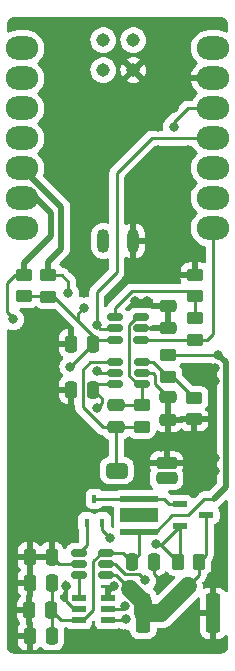
<source format=gbr>
%TF.GenerationSoftware,KiCad,Pcbnew,(6.0.7-1)-1*%
%TF.CreationDate,2022-09-21T15:36:28+10:00*%
%TF.ProjectId,open_jip,6f70656e-5f6a-4697-902e-6b696361645f,rev?*%
%TF.SameCoordinates,Original*%
%TF.FileFunction,Copper,L1,Top*%
%TF.FilePolarity,Positive*%
%FSLAX46Y46*%
G04 Gerber Fmt 4.6, Leading zero omitted, Abs format (unit mm)*
G04 Created by KiCad (PCBNEW (6.0.7-1)-1) date 2022-09-21 15:36:28*
%MOMM*%
%LPD*%
G01*
G04 APERTURE LIST*
G04 Aperture macros list*
%AMRoundRect*
0 Rectangle with rounded corners*
0 $1 Rounding radius*
0 $2 $3 $4 $5 $6 $7 $8 $9 X,Y pos of 4 corners*
0 Add a 4 corners polygon primitive as box body*
4,1,4,$2,$3,$4,$5,$6,$7,$8,$9,$2,$3,0*
0 Add four circle primitives for the rounded corners*
1,1,$1+$1,$2,$3*
1,1,$1+$1,$4,$5*
1,1,$1+$1,$6,$7*
1,1,$1+$1,$8,$9*
0 Add four rect primitives between the rounded corners*
20,1,$1+$1,$2,$3,$4,$5,0*
20,1,$1+$1,$4,$5,$6,$7,0*
20,1,$1+$1,$6,$7,$8,$9,0*
20,1,$1+$1,$8,$9,$2,$3,0*%
G04 Aperture macros list end*
%TA.AperFunction,SMDPad,CuDef*%
%ADD10RoundRect,0.250000X-0.450000X0.262500X-0.450000X-0.262500X0.450000X-0.262500X0.450000X0.262500X0*%
%TD*%
%TA.AperFunction,SMDPad,CuDef*%
%ADD11RoundRect,0.250000X0.475000X-0.250000X0.475000X0.250000X-0.475000X0.250000X-0.475000X-0.250000X0*%
%TD*%
%TA.AperFunction,SMDPad,CuDef*%
%ADD12RoundRect,0.250000X0.250000X0.475000X-0.250000X0.475000X-0.250000X-0.475000X0.250000X-0.475000X0*%
%TD*%
%TA.AperFunction,SMDPad,CuDef*%
%ADD13RoundRect,0.250000X-0.262500X-0.450000X0.262500X-0.450000X0.262500X0.450000X-0.262500X0.450000X0*%
%TD*%
%TA.AperFunction,SMDPad,CuDef*%
%ADD14RoundRect,0.150000X0.512500X0.150000X-0.512500X0.150000X-0.512500X-0.150000X0.512500X-0.150000X0*%
%TD*%
%TA.AperFunction,SMDPad,CuDef*%
%ADD15R,3.300000X0.500000*%
%TD*%
%TA.AperFunction,SMDPad,CuDef*%
%ADD16R,3.300000X1.300000*%
%TD*%
%TA.AperFunction,SMDPad,CuDef*%
%ADD17R,1.270000X0.482600*%
%TD*%
%TA.AperFunction,SMDPad,CuDef*%
%ADD18O,2.748280X1.998980*%
%TD*%
%TA.AperFunction,SMDPad,CuDef*%
%ADD19O,1.016000X2.032000*%
%TD*%
%TA.AperFunction,SMDPad,CuDef*%
%ADD20C,1.143000*%
%TD*%
%TA.AperFunction,SMDPad,CuDef*%
%ADD21RoundRect,0.040600X-0.564400X-0.249400X0.564400X-0.249400X0.564400X0.249400X-0.564400X0.249400X0*%
%TD*%
%TA.AperFunction,SMDPad,CuDef*%
%ADD22RoundRect,0.250000X0.450000X-0.262500X0.450000X0.262500X-0.450000X0.262500X-0.450000X-0.262500X0*%
%TD*%
%TA.AperFunction,SMDPad,CuDef*%
%ADD23RoundRect,0.150000X-0.512500X-0.150000X0.512500X-0.150000X0.512500X0.150000X-0.512500X0.150000X0*%
%TD*%
%TA.AperFunction,SMDPad,CuDef*%
%ADD24RoundRect,0.250000X-0.250000X-0.475000X0.250000X-0.475000X0.250000X0.475000X-0.250000X0.475000X0*%
%TD*%
%TA.AperFunction,SMDPad,CuDef*%
%ADD25R,0.450000X0.700000*%
%TD*%
%TA.AperFunction,SMDPad,CuDef*%
%ADD26RoundRect,0.250000X-0.362500X-1.425000X0.362500X-1.425000X0.362500X1.425000X-0.362500X1.425000X0*%
%TD*%
%TA.AperFunction,SMDPad,CuDef*%
%ADD27RoundRect,0.250000X-0.475000X0.250000X-0.475000X-0.250000X0.475000X-0.250000X0.475000X0.250000X0*%
%TD*%
%TA.AperFunction,SMDPad,CuDef*%
%ADD28RoundRect,0.247000X0.653000X0.403000X-0.653000X0.403000X-0.653000X-0.403000X0.653000X-0.403000X0*%
%TD*%
%TA.AperFunction,SMDPad,CuDef*%
%ADD29RoundRect,0.250000X0.650000X0.250000X-0.650000X0.250000X-0.650000X-0.250000X0.650000X-0.250000X0*%
%TD*%
%TA.AperFunction,ViaPad*%
%ADD30C,0.800000*%
%TD*%
%TA.AperFunction,Conductor*%
%ADD31C,0.250000*%
%TD*%
%TA.AperFunction,Conductor*%
%ADD32C,0.500000*%
%TD*%
%TA.AperFunction,Conductor*%
%ADD33C,1.500000*%
%TD*%
G04 APERTURE END LIST*
D10*
%TO.P,R4,1*%
%TO.N,GND*%
X112187500Y-92100000D03*
%TO.P,R4,2*%
%TO.N,Net-(R4-Pad2)*%
X112187500Y-93925000D03*
%TD*%
D11*
%TO.P,C5,1*%
%TO.N,GND*%
X109887500Y-96662500D03*
%TO.P,C5,2*%
X109887500Y-94762500D03*
%TD*%
D12*
%TO.P,C7,1*%
%TO.N,+3.3V*%
X100050000Y-120500000D03*
%TO.P,C7,2*%
%TO.N,GND*%
X98150000Y-120500000D03*
%TD*%
D13*
%TO.P,R8,1*%
%TO.N,Net-(Q1-Pad2)*%
X110750000Y-116400000D03*
%TO.P,R8,2*%
%TO.N,Net-(R10-Pad3)*%
X112575000Y-116400000D03*
%TD*%
D14*
%TO.P,U1,1*%
%TO.N,Net-(C2-Pad2)*%
X107725000Y-101400000D03*
%TO.P,U1,2,V-*%
%TO.N,GND*%
X107725000Y-100450000D03*
%TO.P,U1,3,+*%
%TO.N,Net-(R1-Pad1)*%
X107725000Y-99500000D03*
%TO.P,U1,4,-*%
%TO.N,Net-(C2-Pad1)*%
X105450000Y-99500000D03*
%TO.P,U1,5,ENABLE*%
%TO.N,SHDN*%
X105450000Y-100450000D03*
%TO.P,U1,6,V+*%
%TO.N,+3.3V*%
X105450000Y-101400000D03*
%TD*%
D15*
%TO.P,D2,1*%
%TO.N,+3.3V*%
X107500000Y-113900000D03*
%TO.P,D2,2*%
%TO.N,Net-(D2-Pad2)*%
X107500000Y-111100000D03*
D16*
%TO.P,D2,3*%
%TO.N,N/C*%
X107500000Y-112500000D03*
%TD*%
D17*
%TO.P,R10,1*%
%TO.N,Net-(D2-Pad2)*%
X110912400Y-111512500D03*
%TO.P,R10,2*%
%TO.N,Net-(Q1-Pad2)*%
X110912400Y-113417500D03*
%TO.P,R10,3*%
%TO.N,Net-(R10-Pad3)*%
X113147600Y-112465000D03*
%TD*%
D18*
%TO.P,U5,1,PA02_A0_D0*%
%TO.N,unconnected-(U5-Pad1)*%
X97571120Y-72939800D03*
%TO.P,U5,2,PA4_A1_D1*%
%TO.N,unconnected-(U5-Pad2)*%
X97571120Y-75479800D03*
%TO.P,U5,3,PA10_A2_D2*%
%TO.N,unconnected-(U5-Pad3)*%
X97571120Y-78019800D03*
%TO.P,U5,4,PA11_A3_D3*%
%TO.N,unconnected-(U5-Pad4)*%
X97571120Y-80559800D03*
%TO.P,U5,5,PA8_A4_D4_SDA*%
%TO.N,SDA*%
X97571120Y-83099800D03*
%TO.P,U5,6,PA9_A5_D5_SCL*%
%TO.N,SCL*%
X97571120Y-85639800D03*
%TO.P,U5,7,PB08_A6_D6_TX*%
%TO.N,unconnected-(U5-Pad7)*%
X97571120Y-88179800D03*
%TO.P,U5,8,PB09_A7_D7_RX*%
%TO.N,D(out)*%
X113735680Y-88179800D03*
%TO.P,U5,9,PA7_A8_D8_SCK*%
%TO.N,unconnected-(U5-Pad9)*%
X113735680Y-85639800D03*
%TO.P,U5,10,PA5_A9_D9_MISO*%
%TO.N,unconnected-(U5-Pad10)*%
X113735680Y-83099800D03*
%TO.P,U5,11,PA6_A10_D10_MOSI*%
%TO.N,SHDN*%
X113735680Y-80559800D03*
%TO.P,U5,12,3V3*%
%TO.N,+3.3V*%
X113735680Y-78019800D03*
%TO.P,U5,13,GND*%
%TO.N,GND*%
X113735680Y-75479800D03*
%TO.P,U5,14,5V*%
%TO.N,+5V*%
X113735680Y-72939800D03*
D19*
%TO.P,U5,15,5V*%
%TO.N,unconnected-(U5-Pad15)*%
X104438000Y-89257620D03*
%TO.P,U5,16,GND*%
%TO.N,GND*%
X106988000Y-89257620D03*
D20*
%TO.P,U5,17,PA31_SWDIO*%
%TO.N,unconnected-(U5-Pad17)*%
X104436803Y-72253433D03*
%TO.P,U5,18,PA30_SWCLK*%
%TO.N,unconnected-(U5-Pad18)*%
X106976803Y-72253433D03*
%TO.P,U5,19,RESET*%
%TO.N,unconnected-(U5-Pad19)*%
X104436803Y-74793433D03*
%TO.P,U5,20,GND*%
%TO.N,GND*%
X106976803Y-74793433D03*
%TD*%
D21*
%TO.P,U3,1,VOUT*%
%TO.N,Net-(U3-Pad1)*%
X102351500Y-119450000D03*
%TO.P,U3,2,GND*%
%TO.N,GND*%
X102351500Y-120400000D03*
%TO.P,U3,3,VDD*%
%TO.N,+3.3V*%
X102351500Y-121350000D03*
%TO.P,U3,4,SDA*%
%TO.N,SDA*%
X104861500Y-121350000D03*
%TO.P,U3,5,SCL*%
%TO.N,SCL*%
X104861500Y-120400000D03*
%TO.P,U3,6,A0*%
%TO.N,GND*%
X104861500Y-119450000D03*
%TD*%
D22*
%TO.P,R7,1*%
%TO.N,+3.3V*%
X99800000Y-93975000D03*
%TO.P,R7,2*%
%TO.N,SDA*%
X99800000Y-92150000D03*
%TD*%
D23*
%TO.P,U4,1*%
%TO.N,Net-(Q1-Pad1)*%
X102425000Y-115650000D03*
%TO.P,U4,2,V-*%
%TO.N,GND*%
X102425000Y-116600000D03*
%TO.P,U4,3,+*%
%TO.N,Net-(U3-Pad1)*%
X102425000Y-117550000D03*
%TO.P,U4,4,-*%
%TO.N,Net-(R10-Pad3)*%
X104700000Y-117550000D03*
%TO.P,U4,5,ENABLE*%
%TO.N,SHDN*%
X104700000Y-116600000D03*
%TO.P,U4,6,V+*%
%TO.N,+3.3V*%
X104700000Y-115650000D03*
%TD*%
D24*
%TO.P,C3,1*%
%TO.N,GND*%
X101687500Y-101850000D03*
%TO.P,C3,2*%
%TO.N,+3.3V*%
X103587500Y-101850000D03*
%TD*%
D25*
%TO.P,Q1,1,G*%
%TO.N,Net-(Q1-Pad1)*%
X103050000Y-113100000D03*
%TO.P,Q1,2,S*%
%TO.N,Net-(Q1-Pad2)*%
X104350000Y-113100000D03*
%TO.P,Q1,3,D*%
%TO.N,Net-(D2-Pad2)*%
X103700000Y-111100000D03*
%TD*%
D26*
%TO.P,R9,1*%
%TO.N,Net-(R10-Pad3)*%
X107837500Y-120800000D03*
%TO.P,R9,2*%
%TO.N,GND*%
X113762500Y-120800000D03*
%TD*%
D24*
%TO.P,C10,1*%
%TO.N,GND*%
X98200000Y-116000000D03*
%TO.P,C10,2*%
X100100000Y-116000000D03*
%TD*%
D22*
%TO.P,R3,1*%
%TO.N,Net-(C2-Pad1)*%
X107687500Y-105004000D03*
%TO.P,R3,2*%
%TO.N,Net-(C2-Pad2)*%
X107687500Y-103179000D03*
%TD*%
D27*
%TO.P,C1,1*%
%TO.N,GND*%
X109937500Y-102512500D03*
%TO.P,C1,2*%
X109937500Y-104412500D03*
%TD*%
D14*
%TO.P,U2,1*%
%TO.N,D(out)*%
X107675000Y-97612500D03*
%TO.P,U2,2,V-*%
%TO.N,GND*%
X107675000Y-96662500D03*
%TO.P,U2,3,+*%
%TO.N,Net-(C2-Pad2)*%
X107675000Y-95712500D03*
%TO.P,U2,4,-*%
%TO.N,Net-(R4-Pad2)*%
X105400000Y-95712500D03*
%TO.P,U2,5,ENABLE*%
%TO.N,SHDN*%
X105400000Y-96662500D03*
%TO.P,U2,6,V+*%
%TO.N,+3.3V*%
X105400000Y-97612500D03*
%TD*%
D22*
%TO.P,R5,1*%
%TO.N,D(out)*%
X112187500Y-97637500D03*
%TO.P,R5,2*%
%TO.N,Net-(R4-Pad2)*%
X112187500Y-95812500D03*
%TD*%
D24*
%TO.P,C4,1*%
%TO.N,GND*%
X101700000Y-97950000D03*
%TO.P,C4,2*%
%TO.N,+3.3V*%
X103600000Y-97950000D03*
%TD*%
D12*
%TO.P,C8,1*%
%TO.N,+3.3V*%
X100100000Y-122700000D03*
%TO.P,C8,2*%
%TO.N,GND*%
X98200000Y-122700000D03*
%TD*%
%TO.P,C6,1*%
%TO.N,+3.3V*%
X100100000Y-118200000D03*
%TO.P,C6,2*%
%TO.N,GND*%
X98200000Y-118200000D03*
%TD*%
D28*
%TO.P,D1,1,K*%
%TO.N,Net-(C2-Pad1)*%
X105600000Y-108700000D03*
D29*
%TO.P,D1,2,A*%
%TO.N,GND*%
X109800000Y-108050000D03*
%TO.P,D1,3*%
%TO.N,N/C*%
X109800000Y-109350000D03*
%TD*%
D22*
%TO.P,R6,1*%
%TO.N,+3.3V*%
X97700000Y-93950000D03*
%TO.P,R6,2*%
%TO.N,SCL*%
X97700000Y-92125000D03*
%TD*%
D12*
%TO.P,C9,1*%
%TO.N,GND*%
X108762500Y-116400000D03*
%TO.P,C9,2*%
%TO.N,+3.3V*%
X106862500Y-116400000D03*
%TD*%
D11*
%TO.P,C2,1*%
%TO.N,Net-(C2-Pad1)*%
X105537500Y-105050000D03*
%TO.P,C2,2*%
%TO.N,Net-(C2-Pad2)*%
X105537500Y-103150000D03*
%TD*%
D22*
%TO.P,R2,1*%
%TO.N,GND*%
X112137500Y-104362500D03*
%TO.P,R2,2*%
%TO.N,Net-(R1-Pad1)*%
X112137500Y-102537500D03*
%TD*%
%TO.P,R1,1*%
%TO.N,Net-(R1-Pad1)*%
X109937500Y-100762500D03*
%TO.P,R1,2*%
%TO.N,+3.3V*%
X109937500Y-98937500D03*
%TD*%
D30*
%TO.N,GND*%
X98600000Y-95700000D03*
X109900000Y-105800000D03*
X110300000Y-92000000D03*
X113900000Y-107600000D03*
X110600000Y-106700000D03*
X111600000Y-81600000D03*
X111800000Y-110100000D03*
X111800000Y-107200000D03*
X109100000Y-79600000D03*
X97700000Y-98500000D03*
X102800000Y-93700000D03*
X110400000Y-78000000D03*
X112800000Y-101100000D03*
X107137500Y-94312500D03*
X105366192Y-118494799D03*
X111800000Y-108100000D03*
X106300000Y-122500000D03*
X109100000Y-92000000D03*
X103800000Y-91600000D03*
X102000000Y-104200000D03*
X97700000Y-97100000D03*
X100300000Y-98500000D03*
X109100000Y-81600000D03*
X100800000Y-103600000D03*
X109100000Y-78000000D03*
X101300000Y-118500000D03*
X112800000Y-100000000D03*
X105200000Y-122500000D03*
X113900000Y-100000000D03*
X100300000Y-100800000D03*
X113900000Y-108700000D03*
X107900000Y-92000000D03*
X109300000Y-106700000D03*
X109500000Y-118200000D03*
X113900000Y-101100000D03*
X108137500Y-94312500D03*
X100300000Y-99600000D03*
X102800000Y-92500000D03*
X113200000Y-106000000D03*
X102000000Y-105300000D03*
X101800000Y-91600000D03*
X111800000Y-109100000D03*
%TO.N,+3.3V*%
X110400000Y-79600000D03*
X101650000Y-99900000D03*
X103900000Y-103400000D03*
X102800000Y-94900000D03*
X114200000Y-98900000D03*
%TO.N,Net-(Q1-Pad2)*%
X108900000Y-114900000D03*
X105000000Y-114400000D03*
%TO.N,SCL*%
X106295759Y-120204241D03*
X96800000Y-95900000D03*
%TO.N,SDA*%
X101500000Y-93700000D03*
X106400000Y-121300000D03*
%TO.N,SHDN*%
X108000000Y-118000000D03*
X103887500Y-100250000D03*
X103900000Y-96400000D03*
%TD*%
D31*
%TO.N,GND*%
X108637500Y-100450000D02*
X108837500Y-100650000D01*
X108762500Y-116400000D02*
X108762500Y-117462500D01*
X108837500Y-101412500D02*
X109937500Y-102512500D01*
X102351500Y-120400000D02*
X101970664Y-120400000D01*
X108762500Y-117462500D02*
X109500000Y-118200000D01*
X108837500Y-100650000D02*
X108837500Y-101412500D01*
X104861500Y-119450000D02*
X104861500Y-118999491D01*
X101970664Y-120400000D02*
X101300000Y-119729336D01*
X101300000Y-119729336D02*
X101300000Y-118500000D01*
X100700000Y-116600000D02*
X102425000Y-116600000D01*
X107725000Y-100450000D02*
X108637500Y-100450000D01*
X100100000Y-116000000D02*
X100700000Y-116600000D01*
X107675000Y-96662500D02*
X109887500Y-96662500D01*
X104861500Y-118999491D02*
X105366192Y-118494799D01*
%TO.N,Net-(C2-Pad1)*%
X103337500Y-99500000D02*
X102687500Y-100150000D01*
X105537500Y-105050000D02*
X107641500Y-105050000D01*
X107641500Y-105050000D02*
X107687500Y-105004000D01*
X105537500Y-108637500D02*
X105600000Y-108700000D01*
X105537500Y-105050000D02*
X105537500Y-108637500D01*
X105450000Y-99500000D02*
X103337500Y-99500000D01*
X102687500Y-103325305D02*
X104412195Y-105050000D01*
X104412195Y-105050000D02*
X105537500Y-105050000D01*
X102687500Y-100150000D02*
X102687500Y-103325305D01*
%TO.N,Net-(C2-Pad2)*%
X107725000Y-101400000D02*
X107725000Y-103141500D01*
X107658500Y-103150000D02*
X107687500Y-103179000D01*
X106587500Y-96415749D02*
X107290749Y-95712500D01*
X107340749Y-101400000D02*
X106587500Y-100646751D01*
X106587500Y-96415749D02*
X106587500Y-100646751D01*
X107290749Y-95712500D02*
X107675000Y-95712500D01*
X107725000Y-103141500D02*
X107687500Y-103179000D01*
X105537500Y-103150000D02*
X107658500Y-103150000D01*
X107725000Y-101400000D02*
X107340749Y-101400000D01*
%TO.N,+3.3V*%
X100100000Y-118200000D02*
X100100000Y-122700000D01*
X104037500Y-101400000D02*
X103587500Y-101850000D01*
X103600000Y-120482336D02*
X103600000Y-116365749D01*
X107500000Y-115762500D02*
X107500000Y-113900000D01*
X110300000Y-112500000D02*
X111600000Y-112500000D01*
X106112500Y-115650000D02*
X106862500Y-116400000D01*
X111600000Y-112500000D02*
X113000000Y-111100000D01*
X114162500Y-98937500D02*
X109937500Y-98937500D01*
X103600000Y-97300000D02*
X103600000Y-97950000D01*
X106862500Y-116400000D02*
X107500000Y-115762500D01*
X104700000Y-115650000D02*
X106112500Y-115650000D01*
X103600000Y-97950000D02*
X101650000Y-99900000D01*
X104300000Y-103000000D02*
X104300000Y-102562500D01*
X107500000Y-113900000D02*
X108900000Y-113900000D01*
X99800000Y-93975000D02*
X100275000Y-93975000D01*
X100900000Y-121350000D02*
X102351500Y-121350000D01*
X114200000Y-98900000D02*
X114162500Y-98937500D01*
X102732336Y-121350000D02*
X103600000Y-120482336D01*
X105400000Y-97612500D02*
X103937500Y-97612500D01*
D32*
X114800000Y-99500000D02*
X114200000Y-98900000D01*
D31*
X102300000Y-96000000D02*
X103600000Y-97300000D01*
X102800000Y-94900000D02*
X102300000Y-95400000D01*
X103937500Y-97612500D02*
X103600000Y-97950000D01*
X108900000Y-113900000D02*
X110300000Y-112500000D01*
X104300000Y-102562500D02*
X103587500Y-101850000D01*
X102300000Y-95400000D02*
X102300000Y-96000000D01*
X105450000Y-101400000D02*
X104037500Y-101400000D01*
X100050000Y-120500000D02*
X100900000Y-121350000D01*
X111580200Y-78019800D02*
X110400000Y-79200000D01*
X113000000Y-111100000D02*
X113800000Y-111100000D01*
X103600000Y-116365749D02*
X104315749Y-115650000D01*
D32*
X113800000Y-111100000D02*
X114800000Y-110100000D01*
D31*
X97700000Y-93950000D02*
X99775000Y-93950000D01*
X100275000Y-93975000D02*
X102300000Y-96000000D01*
X99775000Y-93950000D02*
X99800000Y-93975000D01*
X104315749Y-115650000D02*
X104700000Y-115650000D01*
X103900000Y-103400000D02*
X104300000Y-103000000D01*
X110400000Y-79200000D02*
X110400000Y-79600000D01*
X113735680Y-78019800D02*
X111580200Y-78019800D01*
D32*
X114800000Y-110100000D02*
X114800000Y-99500000D01*
D31*
%TO.N,Net-(D2-Pad2)*%
X109600000Y-111100000D02*
X107500000Y-111100000D01*
X110912400Y-111512500D02*
X110012500Y-111512500D01*
X107500000Y-111100000D02*
X103700000Y-111100000D01*
X110012500Y-111512500D02*
X109600000Y-111100000D01*
%TO.N,Net-(Q1-Pad1)*%
X103050000Y-115025000D02*
X103050000Y-113100000D01*
X102425000Y-115650000D02*
X103050000Y-115025000D01*
%TO.N,Net-(Q1-Pad2)*%
X110912400Y-116237600D02*
X110750000Y-116400000D01*
X104350000Y-113750000D02*
X105000000Y-114400000D01*
X108900000Y-114900000D02*
X109429900Y-114900000D01*
X104350000Y-113100000D02*
X104350000Y-113750000D01*
X108900000Y-114900000D02*
X109250000Y-114900000D01*
X109429900Y-114900000D02*
X110912400Y-113417500D01*
X110912400Y-113417500D02*
X110912400Y-116237600D01*
X109250000Y-114900000D02*
X110750000Y-116400000D01*
%TO.N,Net-(R1-Pad1)*%
X108675000Y-99500000D02*
X109937500Y-100762500D01*
X107725000Y-99500000D02*
X108675000Y-99500000D01*
X110362500Y-100762500D02*
X112137500Y-102537500D01*
X109937500Y-100762500D02*
X110362500Y-100762500D01*
%TO.N,Net-(R4-Pad2)*%
X112187500Y-95812500D02*
X112187500Y-93925000D01*
X111775000Y-93512500D02*
X112187500Y-93925000D01*
X105400000Y-94950000D02*
X106837500Y-93512500D01*
X106837500Y-93512500D02*
X111775000Y-93512500D01*
X105400000Y-95712500D02*
X105400000Y-94950000D01*
%TO.N,D(out)*%
X113262500Y-97637500D02*
X113735680Y-97164320D01*
X112162500Y-97612500D02*
X112187500Y-97637500D01*
X113735680Y-97164320D02*
X113735680Y-88179800D01*
X112187500Y-97637500D02*
X113262500Y-97637500D01*
X107675000Y-97612500D02*
X112162500Y-97612500D01*
%TO.N,SCL*%
X96800000Y-95900000D02*
X96800000Y-95800000D01*
X104861500Y-120400000D02*
X106100000Y-120400000D01*
X96975000Y-92125000D02*
X97700000Y-92125000D01*
D32*
X100000000Y-86900000D02*
X100000000Y-88800000D01*
X97571120Y-85639800D02*
X98739800Y-85639800D01*
D31*
X96300000Y-95300000D02*
X96300000Y-92800000D01*
X96800000Y-95800000D02*
X96300000Y-95300000D01*
X96300000Y-92800000D02*
X96975000Y-92125000D01*
D32*
X97700000Y-91100000D02*
X97700000Y-92125000D01*
D31*
X106100000Y-120400000D02*
X106295759Y-120204241D01*
D32*
X98739800Y-85639800D02*
X100000000Y-86900000D01*
X100000000Y-88800000D02*
X97700000Y-91100000D01*
D31*
%TO.N,SDA*%
X101500000Y-92700000D02*
X101500000Y-93700000D01*
X99800000Y-92150000D02*
X100950000Y-92150000D01*
D32*
X97599800Y-83099800D02*
X100900000Y-86400000D01*
X97571120Y-83099800D02*
X97599800Y-83099800D01*
X100900000Y-89900000D02*
X99800000Y-91000000D01*
X100900000Y-86400000D02*
X100900000Y-89900000D01*
D31*
X106350000Y-121350000D02*
X106400000Y-121300000D01*
D32*
X99800000Y-91000000D02*
X99800000Y-92150000D01*
D31*
X104861500Y-121350000D02*
X106350000Y-121350000D01*
X100950000Y-92150000D02*
X101500000Y-92700000D01*
D33*
%TO.N,Net-(R10-Pad3)*%
X109300000Y-120800000D02*
X111600000Y-118500000D01*
D31*
X105550000Y-117550000D02*
X106700000Y-118700000D01*
X113147600Y-115827400D02*
X112575000Y-116400000D01*
X112575000Y-117525000D02*
X111600000Y-118500000D01*
D33*
X107837500Y-120800000D02*
X107837500Y-119837500D01*
D31*
X113147600Y-112465000D02*
X113147600Y-115827400D01*
D33*
X107837500Y-119837500D02*
X106700000Y-118700000D01*
D31*
X112575000Y-116400000D02*
X112575000Y-117525000D01*
X104700000Y-117550000D02*
X105550000Y-117550000D01*
D33*
X107837500Y-120800000D02*
X109300000Y-120800000D01*
D31*
%TO.N,SHDN*%
X103900000Y-93600000D02*
X105600000Y-91900000D01*
X104087500Y-100450000D02*
X103887500Y-100250000D01*
X108540200Y-80559800D02*
X113735680Y-80559800D01*
X104200000Y-96700000D02*
X105362500Y-96700000D01*
X105600000Y-83500000D02*
X108540200Y-80559800D01*
X106250000Y-117450000D02*
X107450000Y-117450000D01*
X105400000Y-116600000D02*
X106250000Y-117450000D01*
X103900000Y-96400000D02*
X103900000Y-93600000D01*
X105600000Y-91900000D02*
X105600000Y-83500000D01*
X104700000Y-116600000D02*
X105400000Y-116600000D01*
X107450000Y-117450000D02*
X108000000Y-118000000D01*
X105362500Y-96700000D02*
X105400000Y-96662500D01*
X105450000Y-100450000D02*
X104087500Y-100450000D01*
X103900000Y-96400000D02*
X104200000Y-96700000D01*
%TO.N,Net-(U3-Pad1)*%
X102351500Y-119450000D02*
X102351500Y-117623500D01*
X102351500Y-117623500D02*
X102425000Y-117550000D01*
%TD*%
%TA.AperFunction,Conductor*%
%TO.N,GND*%
G36*
X98781473Y-94757837D02*
G01*
X98826561Y-94786757D01*
X98861254Y-94821389D01*
X98876697Y-94836805D01*
X98882927Y-94840645D01*
X98882928Y-94840646D01*
X98999487Y-94912494D01*
X99027262Y-94929615D01*
X99092167Y-94951143D01*
X99188611Y-94983132D01*
X99188613Y-94983132D01*
X99195139Y-94985297D01*
X99201975Y-94985997D01*
X99201978Y-94985998D01*
X99245031Y-94990409D01*
X99299600Y-94996000D01*
X100300400Y-94996000D01*
X100303644Y-94995663D01*
X100303652Y-94995663D01*
X100331050Y-94992820D01*
X100400871Y-95005685D01*
X100433148Y-95029052D01*
X101809779Y-96405683D01*
X101822619Y-96420716D01*
X101834528Y-96437107D01*
X101840634Y-96442158D01*
X101868605Y-96465298D01*
X101877384Y-96473288D01*
X101952240Y-96548144D01*
X101986266Y-96610456D01*
X101981201Y-96681271D01*
X101958369Y-96719752D01*
X101955671Y-96722865D01*
X101954000Y-96730548D01*
X101954000Y-98078000D01*
X101933998Y-98146121D01*
X101880342Y-98192614D01*
X101828000Y-98204000D01*
X100710116Y-98204000D01*
X100694877Y-98208475D01*
X100693672Y-98209865D01*
X100692001Y-98217548D01*
X100692001Y-98472095D01*
X100692338Y-98478614D01*
X100702257Y-98574206D01*
X100705149Y-98587600D01*
X100756588Y-98741784D01*
X100762761Y-98754962D01*
X100848063Y-98892807D01*
X100857099Y-98904208D01*
X100971829Y-99018739D01*
X100983243Y-99027753D01*
X101002287Y-99039492D01*
X101049781Y-99092264D01*
X101061205Y-99162335D01*
X101029808Y-99231062D01*
X100910960Y-99363056D01*
X100815473Y-99528444D01*
X100756458Y-99710072D01*
X100736496Y-99900000D01*
X100756458Y-100089928D01*
X100815473Y-100271556D01*
X100910960Y-100436944D01*
X100915378Y-100441851D01*
X100915379Y-100441852D01*
X101025405Y-100564048D01*
X101056122Y-100628055D01*
X101047358Y-100698509D01*
X100998071Y-100755503D01*
X100969690Y-100773065D01*
X100958292Y-100782099D01*
X100843761Y-100896829D01*
X100834749Y-100908240D01*
X100749684Y-101046243D01*
X100743537Y-101059424D01*
X100692362Y-101213710D01*
X100689495Y-101227086D01*
X100679828Y-101321438D01*
X100679500Y-101327855D01*
X100679500Y-101577885D01*
X100683975Y-101593124D01*
X100685365Y-101594329D01*
X100693048Y-101596000D01*
X101815500Y-101596000D01*
X101883621Y-101616002D01*
X101930114Y-101669658D01*
X101941500Y-101722000D01*
X101941500Y-103064884D01*
X101945975Y-103080123D01*
X101947365Y-103081328D01*
X101954782Y-103082941D01*
X102017094Y-103116965D01*
X102051120Y-103179277D01*
X102054000Y-103206062D01*
X102054000Y-103246538D01*
X102053473Y-103257721D01*
X102051798Y-103265214D01*
X102052047Y-103273140D01*
X102052047Y-103273141D01*
X102053938Y-103333291D01*
X102054000Y-103337250D01*
X102054000Y-103365161D01*
X102054497Y-103369095D01*
X102054497Y-103369096D01*
X102054505Y-103369161D01*
X102055438Y-103380998D01*
X102056827Y-103425194D01*
X102062478Y-103444644D01*
X102066487Y-103464005D01*
X102069026Y-103484102D01*
X102071945Y-103491473D01*
X102071945Y-103491475D01*
X102085304Y-103525217D01*
X102089149Y-103536447D01*
X102095556Y-103558500D01*
X102101482Y-103578898D01*
X102105515Y-103585717D01*
X102105517Y-103585722D01*
X102111793Y-103596333D01*
X102120488Y-103614081D01*
X102127948Y-103632922D01*
X102132610Y-103639338D01*
X102132610Y-103639339D01*
X102153936Y-103668692D01*
X102160452Y-103678612D01*
X102182958Y-103716667D01*
X102197279Y-103730988D01*
X102210119Y-103746021D01*
X102222028Y-103762412D01*
X102247176Y-103783216D01*
X102256105Y-103790603D01*
X102264884Y-103798593D01*
X103908543Y-105442253D01*
X103916083Y-105450539D01*
X103920195Y-105457018D01*
X103925972Y-105462443D01*
X103969846Y-105503643D01*
X103972688Y-105506398D01*
X103992425Y-105526135D01*
X103995622Y-105528615D01*
X104004642Y-105536318D01*
X104036874Y-105566586D01*
X104043820Y-105570405D01*
X104043823Y-105570407D01*
X104054629Y-105576348D01*
X104071148Y-105587199D01*
X104087154Y-105599614D01*
X104094423Y-105602759D01*
X104094427Y-105602762D01*
X104127732Y-105617174D01*
X104138382Y-105622391D01*
X104177135Y-105643695D01*
X104184810Y-105645666D01*
X104184811Y-105645666D01*
X104196757Y-105648733D01*
X104215462Y-105655137D01*
X104234050Y-105663181D01*
X104241873Y-105664420D01*
X104241883Y-105664423D01*
X104277719Y-105670099D01*
X104289339Y-105672505D01*
X104324484Y-105681528D01*
X104332165Y-105683500D01*
X104340094Y-105683500D01*
X104347955Y-105684493D01*
X104347706Y-105686467D01*
X104405722Y-105703502D01*
X104444745Y-105743197D01*
X104464022Y-105774348D01*
X104589197Y-105899305D01*
X104595427Y-105903145D01*
X104595428Y-105903146D01*
X104732590Y-105987694D01*
X104739762Y-105992115D01*
X104797449Y-106011249D01*
X104817667Y-106017955D01*
X104876027Y-106058386D01*
X104903264Y-106123950D01*
X104904000Y-106137548D01*
X104904000Y-107427201D01*
X104883998Y-107495322D01*
X104830342Y-107541815D01*
X104804595Y-107550362D01*
X104798307Y-107551720D01*
X104791452Y-107552431D01*
X104784919Y-107554611D01*
X104784917Y-107554611D01*
X104645099Y-107601258D01*
X104624336Y-107608185D01*
X104474528Y-107700889D01*
X104350065Y-107825569D01*
X104257623Y-107975538D01*
X104202161Y-108142751D01*
X104191500Y-108246804D01*
X104191500Y-109153196D01*
X104191837Y-109156442D01*
X104191837Y-109156446D01*
X104201587Y-109250410D01*
X104202431Y-109258548D01*
X104258185Y-109425664D01*
X104350889Y-109575472D01*
X104475569Y-109699935D01*
X104481799Y-109703775D01*
X104481800Y-109703776D01*
X104618371Y-109787959D01*
X104625538Y-109792377D01*
X104792751Y-109847839D01*
X104799587Y-109848539D01*
X104799590Y-109848540D01*
X104851457Y-109853854D01*
X104896804Y-109858500D01*
X106303196Y-109858500D01*
X106306442Y-109858163D01*
X106306446Y-109858163D01*
X106401690Y-109848281D01*
X106401694Y-109848280D01*
X106408548Y-109847569D01*
X106415084Y-109845388D01*
X106415086Y-109845388D01*
X106554947Y-109798727D01*
X106575664Y-109791815D01*
X106725472Y-109699111D01*
X106849935Y-109574431D01*
X106942377Y-109424462D01*
X106997839Y-109257249D01*
X107008500Y-109153196D01*
X107008500Y-108246804D01*
X107008163Y-108243554D01*
X106998281Y-108148310D01*
X106998280Y-108148306D01*
X106997569Y-108141452D01*
X106941815Y-107974336D01*
X106849111Y-107824528D01*
X106802387Y-107777885D01*
X108392000Y-107777885D01*
X108396475Y-107793124D01*
X108397865Y-107794329D01*
X108405548Y-107796000D01*
X109527885Y-107796000D01*
X109543124Y-107791525D01*
X109544329Y-107790135D01*
X109546000Y-107782452D01*
X109546000Y-107777885D01*
X110054000Y-107777885D01*
X110058475Y-107793124D01*
X110059865Y-107794329D01*
X110067548Y-107796000D01*
X111189884Y-107796000D01*
X111205123Y-107791525D01*
X111206328Y-107790135D01*
X111207999Y-107782452D01*
X111207999Y-107752905D01*
X111207662Y-107746386D01*
X111197743Y-107650794D01*
X111194851Y-107637400D01*
X111143412Y-107483216D01*
X111137239Y-107470038D01*
X111051937Y-107332193D01*
X111042901Y-107320792D01*
X110928171Y-107206261D01*
X110916760Y-107197249D01*
X110778757Y-107112184D01*
X110765576Y-107106037D01*
X110611290Y-107054862D01*
X110597914Y-107051995D01*
X110503562Y-107042328D01*
X110497145Y-107042000D01*
X110072115Y-107042000D01*
X110056876Y-107046475D01*
X110055671Y-107047865D01*
X110054000Y-107055548D01*
X110054000Y-107777885D01*
X109546000Y-107777885D01*
X109546000Y-107060116D01*
X109541525Y-107044877D01*
X109540135Y-107043672D01*
X109532452Y-107042001D01*
X109102905Y-107042001D01*
X109096386Y-107042338D01*
X109000794Y-107052257D01*
X108987400Y-107055149D01*
X108833216Y-107106588D01*
X108820038Y-107112761D01*
X108682193Y-107198063D01*
X108670792Y-107207099D01*
X108556261Y-107321829D01*
X108547249Y-107333240D01*
X108462184Y-107471243D01*
X108456037Y-107484424D01*
X108404862Y-107638710D01*
X108401995Y-107652086D01*
X108392328Y-107746438D01*
X108392000Y-107752854D01*
X108392000Y-107777885D01*
X106802387Y-107777885D01*
X106724431Y-107700065D01*
X106718200Y-107696224D01*
X106580692Y-107611463D01*
X106580691Y-107611462D01*
X106574462Y-107607623D01*
X106407249Y-107552161D01*
X106400413Y-107551461D01*
X106400410Y-107551460D01*
X106348543Y-107546146D01*
X106303196Y-107541500D01*
X106297000Y-107541500D01*
X106228879Y-107521498D01*
X106182386Y-107467842D01*
X106171000Y-107415500D01*
X106171000Y-106137538D01*
X106191002Y-106069417D01*
X106244658Y-106022924D01*
X106257124Y-106018014D01*
X106318153Y-105997653D01*
X106336446Y-105991550D01*
X106486848Y-105898478D01*
X106515630Y-105869646D01*
X106552600Y-105832612D01*
X106614883Y-105798533D01*
X106685703Y-105803536D01*
X106730790Y-105832457D01*
X106764197Y-105865805D01*
X106770427Y-105869645D01*
X106770428Y-105869646D01*
X106907590Y-105954194D01*
X106914762Y-105958615D01*
X106994505Y-105985064D01*
X107076111Y-106012132D01*
X107076113Y-106012132D01*
X107082639Y-106014297D01*
X107089475Y-106014997D01*
X107089478Y-106014998D01*
X107132531Y-106019409D01*
X107187100Y-106025000D01*
X108187900Y-106025000D01*
X108191146Y-106024663D01*
X108191150Y-106024663D01*
X108286808Y-106014738D01*
X108286812Y-106014737D01*
X108293666Y-106014026D01*
X108300202Y-106011845D01*
X108300204Y-106011845D01*
X108432306Y-105967772D01*
X108461446Y-105958050D01*
X108611848Y-105864978D01*
X108736805Y-105739803D01*
X108740646Y-105733572D01*
X108825775Y-105595468D01*
X108825776Y-105595466D01*
X108829615Y-105589238D01*
X108876296Y-105448498D01*
X108883132Y-105427889D01*
X108883132Y-105427887D01*
X108885297Y-105421361D01*
X108886430Y-105410303D01*
X108887424Y-105407869D01*
X108887441Y-105407790D01*
X108887455Y-105407793D01*
X108913273Y-105344576D01*
X108971389Y-105303795D01*
X109042326Y-105300908D01*
X109077890Y-105315888D01*
X109133743Y-105350316D01*
X109146924Y-105356463D01*
X109301210Y-105407638D01*
X109314586Y-105410505D01*
X109408938Y-105420172D01*
X109415354Y-105420500D01*
X109665385Y-105420500D01*
X109680624Y-105416025D01*
X109681829Y-105414635D01*
X109683500Y-105406952D01*
X109683500Y-105402384D01*
X110191500Y-105402384D01*
X110195975Y-105417623D01*
X110197365Y-105418828D01*
X110205048Y-105420499D01*
X110459595Y-105420499D01*
X110466114Y-105420162D01*
X110561706Y-105410243D01*
X110575100Y-105407351D01*
X110729284Y-105355912D01*
X110742462Y-105349739D01*
X110880307Y-105264437D01*
X110891708Y-105255401D01*
X110979555Y-105167401D01*
X111041838Y-105133322D01*
X111112658Y-105138325D01*
X111157746Y-105167246D01*
X111209329Y-105218739D01*
X111220740Y-105227751D01*
X111358743Y-105312816D01*
X111371924Y-105318963D01*
X111526210Y-105370138D01*
X111539586Y-105373005D01*
X111633938Y-105382672D01*
X111640354Y-105383000D01*
X111865385Y-105383000D01*
X111880624Y-105378525D01*
X111881829Y-105377135D01*
X111883500Y-105369452D01*
X111883500Y-105364884D01*
X112391500Y-105364884D01*
X112395975Y-105380123D01*
X112397365Y-105381328D01*
X112405048Y-105382999D01*
X112634595Y-105382999D01*
X112641114Y-105382662D01*
X112736706Y-105372743D01*
X112750100Y-105369851D01*
X112904284Y-105318412D01*
X112917462Y-105312239D01*
X113055307Y-105226937D01*
X113066708Y-105217901D01*
X113181239Y-105103171D01*
X113190251Y-105091760D01*
X113275316Y-104953757D01*
X113281463Y-104940576D01*
X113332638Y-104786290D01*
X113335505Y-104772914D01*
X113345172Y-104678562D01*
X113345500Y-104672146D01*
X113345500Y-104634615D01*
X113341025Y-104619376D01*
X113339635Y-104618171D01*
X113331952Y-104616500D01*
X112409615Y-104616500D01*
X112394376Y-104620975D01*
X112393171Y-104622365D01*
X112391500Y-104630048D01*
X112391500Y-105364884D01*
X111883500Y-105364884D01*
X111883500Y-104634615D01*
X111879025Y-104619376D01*
X111877635Y-104618171D01*
X111869952Y-104616500D01*
X111228615Y-104616500D01*
X111213376Y-104620974D01*
X111211611Y-104623012D01*
X111151885Y-104661396D01*
X111116386Y-104666500D01*
X110209615Y-104666500D01*
X110194376Y-104670975D01*
X110193171Y-104672365D01*
X110191500Y-104680048D01*
X110191500Y-105402384D01*
X109683500Y-105402384D01*
X109683500Y-102384500D01*
X109703502Y-102316379D01*
X109757158Y-102269886D01*
X109809500Y-102258500D01*
X110065500Y-102258500D01*
X110133621Y-102278502D01*
X110180114Y-102332158D01*
X110191500Y-102384500D01*
X110191500Y-104140385D01*
X110195975Y-104155624D01*
X110197365Y-104156829D01*
X110205048Y-104158500D01*
X110871385Y-104158500D01*
X110886624Y-104154026D01*
X110888389Y-104151988D01*
X110948115Y-104113604D01*
X110983614Y-104108500D01*
X113327384Y-104108500D01*
X113342623Y-104104025D01*
X113343828Y-104102635D01*
X113345499Y-104094952D01*
X113345499Y-104052905D01*
X113345162Y-104046386D01*
X113335243Y-103950794D01*
X113332351Y-103937400D01*
X113280912Y-103783216D01*
X113274739Y-103770038D01*
X113189437Y-103632193D01*
X113180401Y-103620792D01*
X113099038Y-103539570D01*
X113064959Y-103477287D01*
X113069962Y-103406467D01*
X113098883Y-103361380D01*
X113181630Y-103278488D01*
X113181634Y-103278483D01*
X113186805Y-103273303D01*
X113195993Y-103258398D01*
X113275775Y-103128968D01*
X113275776Y-103128966D01*
X113279615Y-103122738D01*
X113306064Y-103042995D01*
X113333132Y-102961389D01*
X113333132Y-102961387D01*
X113335297Y-102954861D01*
X113346000Y-102850400D01*
X113346000Y-102224600D01*
X113343537Y-102200862D01*
X113335738Y-102125692D01*
X113335737Y-102125688D01*
X113335026Y-102118834D01*
X113331037Y-102106876D01*
X113281368Y-101958002D01*
X113279050Y-101951054D01*
X113185978Y-101800652D01*
X113060803Y-101675695D01*
X113025333Y-101653831D01*
X112916468Y-101586725D01*
X112916466Y-101586724D01*
X112910238Y-101582885D01*
X112830495Y-101556436D01*
X112748889Y-101529368D01*
X112748887Y-101529368D01*
X112742361Y-101527203D01*
X112735525Y-101526503D01*
X112735522Y-101526502D01*
X112692469Y-101522091D01*
X112637900Y-101516500D01*
X112064595Y-101516500D01*
X111996474Y-101496498D01*
X111975499Y-101479595D01*
X111182904Y-100686999D01*
X111148879Y-100624687D01*
X111146000Y-100597904D01*
X111146000Y-100449600D01*
X111144094Y-100431226D01*
X111135738Y-100350692D01*
X111135737Y-100350688D01*
X111135026Y-100343834D01*
X111122258Y-100305562D01*
X111081368Y-100183002D01*
X111079050Y-100176054D01*
X110985978Y-100025652D01*
X110899391Y-99939216D01*
X110865312Y-99876934D01*
X110870315Y-99806114D01*
X110899236Y-99761025D01*
X110981634Y-99678483D01*
X110986805Y-99673303D01*
X110990648Y-99667069D01*
X111012954Y-99630883D01*
X111065726Y-99583390D01*
X111120213Y-99571000D01*
X113536981Y-99571000D01*
X113605102Y-99591002D01*
X113611042Y-99595064D01*
X113710148Y-99667069D01*
X113743248Y-99691118D01*
X113749276Y-99693802D01*
X113749278Y-99693803D01*
X113800560Y-99716635D01*
X113917712Y-99768794D01*
X113924167Y-99770166D01*
X113924170Y-99770167D01*
X113941696Y-99773892D01*
X114004170Y-99807620D01*
X114038491Y-99869769D01*
X114041500Y-99897139D01*
X114041500Y-109733629D01*
X114021498Y-109801750D01*
X114004595Y-109822724D01*
X113397724Y-110429595D01*
X113335412Y-110463621D01*
X113308629Y-110466500D01*
X113078767Y-110466500D01*
X113067584Y-110465973D01*
X113060091Y-110464298D01*
X113052165Y-110464547D01*
X113052164Y-110464547D01*
X112992014Y-110466438D01*
X112988055Y-110466500D01*
X112960144Y-110466500D01*
X112956210Y-110466997D01*
X112956209Y-110466997D01*
X112956144Y-110467005D01*
X112944307Y-110467938D01*
X112912049Y-110468952D01*
X112908030Y-110469078D01*
X112900111Y-110469327D01*
X112880657Y-110474979D01*
X112861300Y-110478987D01*
X112849070Y-110480532D01*
X112849069Y-110480532D01*
X112841203Y-110481526D01*
X112833832Y-110484445D01*
X112833830Y-110484445D01*
X112800088Y-110497804D01*
X112788858Y-110501649D01*
X112754017Y-110511771D01*
X112754016Y-110511771D01*
X112746407Y-110513982D01*
X112739588Y-110518015D01*
X112739583Y-110518017D01*
X112728972Y-110524293D01*
X112711224Y-110532988D01*
X112692383Y-110540448D01*
X112685967Y-110545110D01*
X112685966Y-110545110D01*
X112656613Y-110566436D01*
X112646693Y-110572952D01*
X112615465Y-110591420D01*
X112615462Y-110591422D01*
X112608638Y-110595458D01*
X112594317Y-110609779D01*
X112579284Y-110622619D01*
X112562893Y-110634528D01*
X112557843Y-110640632D01*
X112557838Y-110640637D01*
X112534707Y-110668598D01*
X112526717Y-110677379D01*
X112178568Y-111025527D01*
X112116256Y-111059552D01*
X112045440Y-111054487D01*
X111988648Y-111011997D01*
X111910661Y-110907939D01*
X111794105Y-110820585D01*
X111657716Y-110769455D01*
X111599262Y-110763105D01*
X111598931Y-110763069D01*
X111595534Y-110762700D01*
X110229266Y-110762700D01*
X110225860Y-110763070D01*
X110225533Y-110763105D01*
X110225457Y-110763091D01*
X110222472Y-110763253D01*
X110222434Y-110762549D01*
X110155651Y-110750571D01*
X110122841Y-110726936D01*
X110103652Y-110707747D01*
X110096112Y-110699461D01*
X110092000Y-110692982D01*
X110042347Y-110646355D01*
X110039506Y-110643601D01*
X110019770Y-110623865D01*
X110016573Y-110621385D01*
X110007551Y-110613680D01*
X109981097Y-110588838D01*
X109975321Y-110583414D01*
X109975397Y-110583333D01*
X109934435Y-110530209D01*
X109928363Y-110459473D01*
X109961497Y-110396682D01*
X110023318Y-110361773D01*
X110051852Y-110358500D01*
X110500400Y-110358500D01*
X110503646Y-110358163D01*
X110503650Y-110358163D01*
X110599308Y-110348238D01*
X110599312Y-110348237D01*
X110606166Y-110347526D01*
X110612702Y-110345345D01*
X110612704Y-110345345D01*
X110766998Y-110293868D01*
X110773946Y-110291550D01*
X110924348Y-110198478D01*
X111049305Y-110073303D01*
X111142115Y-109922738D01*
X111182245Y-109801750D01*
X111195632Y-109761389D01*
X111195632Y-109761387D01*
X111197797Y-109754861D01*
X111199973Y-109733629D01*
X111208172Y-109653598D01*
X111208500Y-109650400D01*
X111208500Y-109049600D01*
X111197526Y-108943834D01*
X111141550Y-108776054D01*
X111137700Y-108769832D01*
X111135142Y-108765698D01*
X111116306Y-108697246D01*
X111135025Y-108633286D01*
X111137816Y-108628758D01*
X111143963Y-108615576D01*
X111195138Y-108461290D01*
X111198005Y-108447914D01*
X111207672Y-108353562D01*
X111208000Y-108347146D01*
X111208000Y-108322115D01*
X111203525Y-108306876D01*
X111202135Y-108305671D01*
X111194452Y-108304000D01*
X108410116Y-108304000D01*
X108394877Y-108308475D01*
X108393672Y-108309865D01*
X108392001Y-108317548D01*
X108392001Y-108347095D01*
X108392338Y-108353614D01*
X108402257Y-108449206D01*
X108405149Y-108462600D01*
X108456588Y-108616784D01*
X108462761Y-108629962D01*
X108464856Y-108633347D01*
X108465581Y-108635980D01*
X108465863Y-108636583D01*
X108465760Y-108636631D01*
X108483694Y-108701798D01*
X108464971Y-108765767D01*
X108457885Y-108777262D01*
X108402203Y-108945139D01*
X108391500Y-109049600D01*
X108391500Y-109650400D01*
X108391837Y-109653646D01*
X108391837Y-109653650D01*
X108400136Y-109733629D01*
X108402474Y-109756166D01*
X108404655Y-109762702D01*
X108404655Y-109762704D01*
X108433059Y-109847839D01*
X108458450Y-109923946D01*
X108551522Y-110074348D01*
X108556704Y-110079521D01*
X108556708Y-110079526D01*
X108603591Y-110126327D01*
X108637671Y-110188609D01*
X108632668Y-110259429D01*
X108590171Y-110316302D01*
X108523673Y-110341171D01*
X108514574Y-110341500D01*
X105801866Y-110341500D01*
X105739684Y-110348255D01*
X105603295Y-110399385D01*
X105596110Y-110404770D01*
X105596108Y-110404771D01*
X105547333Y-110441326D01*
X105480826Y-110466174D01*
X105471768Y-110466500D01*
X104411066Y-110466500D01*
X104342945Y-110446498D01*
X104310242Y-110416068D01*
X104288261Y-110386739D01*
X104171705Y-110299385D01*
X104035316Y-110248255D01*
X103973134Y-110241500D01*
X103426866Y-110241500D01*
X103364684Y-110248255D01*
X103228295Y-110299385D01*
X103111739Y-110386739D01*
X103024385Y-110503295D01*
X102973255Y-110639684D01*
X102966500Y-110701866D01*
X102966500Y-111498134D01*
X102973255Y-111560316D01*
X103024385Y-111696705D01*
X103111739Y-111813261D01*
X103228295Y-111900615D01*
X103364684Y-111951745D01*
X103426866Y-111958500D01*
X103973134Y-111958500D01*
X104035316Y-111951745D01*
X104171705Y-111900615D01*
X104288261Y-111813261D01*
X104310241Y-111783933D01*
X104367100Y-111741420D01*
X104411066Y-111733500D01*
X105215500Y-111733500D01*
X105283621Y-111753502D01*
X105330114Y-111807158D01*
X105341500Y-111859500D01*
X105341500Y-113198134D01*
X105348255Y-113260316D01*
X105366417Y-113308761D01*
X105383608Y-113354619D01*
X105388791Y-113425426D01*
X105354870Y-113487795D01*
X105292615Y-113521925D01*
X105239429Y-113522096D01*
X105183303Y-113510166D01*
X105120830Y-113476437D01*
X105086508Y-113414288D01*
X105083500Y-113386919D01*
X105083500Y-112701866D01*
X105076745Y-112639684D01*
X105025615Y-112503295D01*
X104938261Y-112386739D01*
X104821705Y-112299385D01*
X104685316Y-112248255D01*
X104623134Y-112241500D01*
X104076866Y-112241500D01*
X104014684Y-112248255D01*
X103878295Y-112299385D01*
X103775565Y-112376377D01*
X103709059Y-112401225D01*
X103639676Y-112386172D01*
X103624435Y-112376377D01*
X103521705Y-112299385D01*
X103385316Y-112248255D01*
X103323134Y-112241500D01*
X102776866Y-112241500D01*
X102714684Y-112248255D01*
X102578295Y-112299385D01*
X102461739Y-112386739D01*
X102374385Y-112503295D01*
X102323255Y-112639684D01*
X102316500Y-112701866D01*
X102316500Y-113498134D01*
X102323255Y-113560316D01*
X102374385Y-113696705D01*
X102391327Y-113719311D01*
X102416174Y-113785815D01*
X102416500Y-113794874D01*
X102416500Y-114710405D01*
X102396498Y-114778526D01*
X102379595Y-114799500D01*
X102374500Y-114804595D01*
X102312188Y-114838621D01*
X102285405Y-114841500D01*
X101845998Y-114841500D01*
X101843550Y-114841693D01*
X101843542Y-114841693D01*
X101815079Y-114843933D01*
X101815074Y-114843934D01*
X101808669Y-114844438D01*
X101711844Y-114872568D01*
X101656512Y-114888643D01*
X101656510Y-114888644D01*
X101648899Y-114890855D01*
X101642072Y-114894892D01*
X101642073Y-114894892D01*
X101512520Y-114971509D01*
X101512517Y-114971511D01*
X101505693Y-114975547D01*
X101388047Y-115093193D01*
X101384011Y-115100017D01*
X101384009Y-115100020D01*
X101364260Y-115133414D01*
X101303355Y-115236399D01*
X101301143Y-115244013D01*
X101299426Y-115249923D01*
X101261216Y-115309760D01*
X101196720Y-115339440D01*
X101126417Y-115329540D01*
X101072628Y-115283202D01*
X101058904Y-115254651D01*
X101043412Y-115208216D01*
X101037239Y-115195038D01*
X100951937Y-115057193D01*
X100942901Y-115045792D01*
X100828171Y-114931261D01*
X100816760Y-114922249D01*
X100678757Y-114837184D01*
X100665576Y-114831037D01*
X100511290Y-114779862D01*
X100497914Y-114776995D01*
X100403562Y-114767328D01*
X100397145Y-114767000D01*
X100372115Y-114767000D01*
X100356876Y-114771475D01*
X100355671Y-114772865D01*
X100354000Y-114780548D01*
X100354000Y-116128000D01*
X100333998Y-116196121D01*
X100280342Y-116242614D01*
X100228000Y-116254000D01*
X98472115Y-116254000D01*
X98456876Y-116258475D01*
X98455671Y-116259865D01*
X98454000Y-116267548D01*
X98454000Y-119376095D01*
X98433998Y-119444216D01*
X98423225Y-119458607D01*
X98405671Y-119478865D01*
X98404000Y-119486548D01*
X98404000Y-121408885D01*
X98408474Y-121424124D01*
X98410512Y-121425889D01*
X98448896Y-121485615D01*
X98454000Y-121521114D01*
X98454000Y-123914884D01*
X98458475Y-123930123D01*
X98459865Y-123931328D01*
X98467548Y-123932999D01*
X98497095Y-123932999D01*
X98503614Y-123932662D01*
X98599206Y-123922743D01*
X98612600Y-123919851D01*
X98766784Y-123868412D01*
X98779962Y-123862239D01*
X98917807Y-123776937D01*
X98929208Y-123767901D01*
X99043738Y-123653172D01*
X99050794Y-123644238D01*
X99108712Y-123603177D01*
X99179635Y-123599947D01*
X99241046Y-123635574D01*
X99247846Y-123643407D01*
X99251522Y-123649348D01*
X99376697Y-123774305D01*
X99382927Y-123778145D01*
X99382928Y-123778146D01*
X99520288Y-123862816D01*
X99527262Y-123867115D01*
X99607005Y-123893564D01*
X99688611Y-123920632D01*
X99688613Y-123920632D01*
X99695139Y-123922797D01*
X99701975Y-123923497D01*
X99701978Y-123923498D01*
X99745031Y-123927909D01*
X99799600Y-123933500D01*
X100400400Y-123933500D01*
X100403646Y-123933163D01*
X100403650Y-123933163D01*
X100499308Y-123923238D01*
X100499312Y-123923237D01*
X100506166Y-123922526D01*
X100512702Y-123920345D01*
X100512704Y-123920345D01*
X100644806Y-123876272D01*
X100673946Y-123866550D01*
X100824348Y-123773478D01*
X100949305Y-123648303D01*
X101042115Y-123497738D01*
X101097797Y-123329861D01*
X101108500Y-123225400D01*
X101108500Y-122174600D01*
X101107619Y-122166109D01*
X101103095Y-122122503D01*
X101115960Y-122052682D01*
X101164531Y-122000900D01*
X101228422Y-121983500D01*
X101342470Y-121983500D01*
X101410591Y-122003502D01*
X101418644Y-122009134D01*
X101515011Y-122082281D01*
X101654890Y-122137663D01*
X101662928Y-122138636D01*
X101662929Y-122138636D01*
X101694499Y-122142456D01*
X101744443Y-122148500D01*
X102351099Y-122148500D01*
X102958556Y-122148499D01*
X102962314Y-122148044D01*
X102962319Y-122148044D01*
X103040080Y-122138635D01*
X103040083Y-122138634D01*
X103048110Y-122137663D01*
X103187989Y-122082281D01*
X103194831Y-122077088D01*
X103194834Y-122077086D01*
X103300982Y-121996514D01*
X103307822Y-121991322D01*
X103341216Y-121947328D01*
X103393586Y-121878334D01*
X103393588Y-121878331D01*
X103398781Y-121871489D01*
X103454163Y-121731610D01*
X103456248Y-121714385D01*
X103464544Y-121645823D01*
X103465000Y-121642057D01*
X103465000Y-121565430D01*
X103485002Y-121497309D01*
X103501905Y-121476335D01*
X103532906Y-121445334D01*
X103595218Y-121411308D01*
X103666033Y-121416373D01*
X103722869Y-121458920D01*
X103747680Y-121525440D01*
X103748001Y-121534422D01*
X103748001Y-121642056D01*
X103748456Y-121645814D01*
X103748456Y-121645819D01*
X103756753Y-121714385D01*
X103758837Y-121731610D01*
X103761815Y-121739131D01*
X103761815Y-121739132D01*
X103772991Y-121767358D01*
X103814219Y-121871489D01*
X103819412Y-121878331D01*
X103819414Y-121878334D01*
X103871784Y-121947328D01*
X103905178Y-121991322D01*
X103912018Y-121996514D01*
X104018166Y-122077086D01*
X104018169Y-122077088D01*
X104025011Y-122082281D01*
X104164890Y-122137663D01*
X104172928Y-122138636D01*
X104172929Y-122138636D01*
X104204499Y-122142456D01*
X104254443Y-122148500D01*
X104861099Y-122148500D01*
X105468556Y-122148499D01*
X105472314Y-122148044D01*
X105472319Y-122148044D01*
X105550080Y-122138635D01*
X105550083Y-122138634D01*
X105558110Y-122137663D01*
X105697989Y-122082281D01*
X105729319Y-122058500D01*
X105737452Y-122052327D01*
X105803806Y-122027074D01*
X105873279Y-122041703D01*
X105887691Y-122050754D01*
X105898009Y-122058250D01*
X105923935Y-122077086D01*
X105943248Y-122091118D01*
X105949276Y-122093802D01*
X105949278Y-122093803D01*
X106083500Y-122153562D01*
X106117712Y-122168794D01*
X106191603Y-122184500D01*
X106298056Y-122207128D01*
X106298061Y-122207128D01*
X106304513Y-122208500D01*
X106495487Y-122208500D01*
X106501939Y-122207128D01*
X106501944Y-122207128D01*
X106567877Y-122193113D01*
X106638668Y-122198515D01*
X106695300Y-122241332D01*
X106719401Y-122303356D01*
X106727474Y-122381166D01*
X106783450Y-122548946D01*
X106876522Y-122699348D01*
X107001697Y-122824305D01*
X107007927Y-122828145D01*
X107007928Y-122828146D01*
X107145288Y-122912816D01*
X107152262Y-122917115D01*
X107232005Y-122943564D01*
X107313611Y-122970632D01*
X107313613Y-122970632D01*
X107320139Y-122972797D01*
X107326975Y-122973497D01*
X107326978Y-122973498D01*
X107370031Y-122977909D01*
X107424600Y-122983500D01*
X108250400Y-122983500D01*
X108253646Y-122983163D01*
X108253650Y-122983163D01*
X108349308Y-122973238D01*
X108349312Y-122973237D01*
X108356166Y-122972526D01*
X108362702Y-122970345D01*
X108362704Y-122970345D01*
X108494806Y-122926272D01*
X108523946Y-122916550D01*
X108674348Y-122823478D01*
X108799305Y-122698303D01*
X108892115Y-122547738D01*
X108927805Y-122440135D01*
X108945632Y-122386389D01*
X108945632Y-122386387D01*
X108947797Y-122379861D01*
X108958500Y-122275400D01*
X108958500Y-122272095D01*
X112642001Y-122272095D01*
X112642338Y-122278614D01*
X112652257Y-122374206D01*
X112655149Y-122387600D01*
X112706588Y-122541784D01*
X112712761Y-122554962D01*
X112798063Y-122692807D01*
X112807099Y-122704208D01*
X112921829Y-122818739D01*
X112933240Y-122827751D01*
X113071243Y-122912816D01*
X113084424Y-122918963D01*
X113238710Y-122970138D01*
X113252086Y-122973005D01*
X113346438Y-122982672D01*
X113352854Y-122983000D01*
X113490385Y-122983000D01*
X113505624Y-122978525D01*
X113506829Y-122977135D01*
X113508500Y-122969452D01*
X113508500Y-121072115D01*
X113504025Y-121056876D01*
X113502635Y-121055671D01*
X113494952Y-121054000D01*
X112660116Y-121054000D01*
X112644877Y-121058475D01*
X112643672Y-121059865D01*
X112642001Y-121067548D01*
X112642001Y-122272095D01*
X108958500Y-122272095D01*
X108958500Y-122184500D01*
X108978502Y-122116379D01*
X109032158Y-122069886D01*
X109084500Y-122058500D01*
X109208604Y-122058500D01*
X109225051Y-122059578D01*
X109241516Y-122061746D01*
X109241520Y-122061746D01*
X109247086Y-122062479D01*
X109328489Y-122058640D01*
X109334424Y-122058500D01*
X109356999Y-122058500D01*
X109382989Y-122056181D01*
X109388248Y-122055822D01*
X109471488Y-122051896D01*
X109476947Y-122050646D01*
X109476952Y-122050645D01*
X109488970Y-122047892D01*
X109505899Y-122045211D01*
X109523762Y-122043617D01*
X109529178Y-122042135D01*
X109529180Y-122042135D01*
X109604133Y-122021630D01*
X109609251Y-122020344D01*
X109685000Y-122002995D01*
X109685002Y-122002994D01*
X109690470Y-122001742D01*
X109700970Y-121997263D01*
X109706967Y-121994706D01*
X109723142Y-121989073D01*
X109735039Y-121985818D01*
X109735043Y-121985817D01*
X109740451Y-121984337D01*
X109815667Y-121948461D01*
X109820476Y-121946290D01*
X109891949Y-121915804D01*
X109891950Y-121915804D01*
X109897109Y-121913603D01*
X109912110Y-121903749D01*
X109927025Y-121895346D01*
X109943218Y-121887622D01*
X109947769Y-121884352D01*
X109947772Y-121884350D01*
X110010881Y-121839001D01*
X110015232Y-121836011D01*
X110081010Y-121792804D01*
X110081018Y-121792798D01*
X110084874Y-121790265D01*
X110105662Y-121771743D01*
X110115939Y-121763510D01*
X110125654Y-121756529D01*
X110200062Y-121679746D01*
X110201451Y-121678336D01*
X112426905Y-119452883D01*
X112489217Y-119418857D01*
X112560033Y-119423922D01*
X112616868Y-119466469D01*
X112641679Y-119532989D01*
X112642000Y-119541978D01*
X112642000Y-120527885D01*
X112646475Y-120543124D01*
X112647865Y-120544329D01*
X112655548Y-120546000D01*
X113490385Y-120546000D01*
X113505624Y-120541525D01*
X113506829Y-120540135D01*
X113508500Y-120532452D01*
X113508500Y-118635116D01*
X113504025Y-118619877D01*
X113502635Y-118618672D01*
X113494952Y-118617001D01*
X113352905Y-118617001D01*
X113346386Y-118617338D01*
X113250794Y-118627257D01*
X113237400Y-118630149D01*
X113083216Y-118681588D01*
X113070042Y-118687759D01*
X113052411Y-118698670D01*
X112983959Y-118717508D01*
X112916189Y-118696347D01*
X112870618Y-118641907D01*
X112862198Y-118592512D01*
X112860194Y-118592543D01*
X112859407Y-118542447D01*
X112856665Y-118367919D01*
X112832083Y-118242625D01*
X112838596Y-118171929D01*
X112866631Y-118129273D01*
X112967247Y-118028657D01*
X112975537Y-118021113D01*
X112982018Y-118017000D01*
X113028659Y-117967332D01*
X113031413Y-117964491D01*
X113051134Y-117944770D01*
X113053612Y-117941575D01*
X113061318Y-117932553D01*
X113086158Y-117906101D01*
X113091586Y-117900321D01*
X113101346Y-117882568D01*
X113112199Y-117866045D01*
X113119753Y-117856306D01*
X113124613Y-117850041D01*
X113142176Y-117809457D01*
X113147383Y-117798827D01*
X113168695Y-117760060D01*
X113170666Y-117752383D01*
X113170668Y-117752378D01*
X113173732Y-117740442D01*
X113180138Y-117721730D01*
X113185033Y-117710419D01*
X113188181Y-117703145D01*
X113189421Y-117695317D01*
X113189423Y-117695310D01*
X113195099Y-117659476D01*
X113197505Y-117647856D01*
X113206528Y-117612711D01*
X113206528Y-117612710D01*
X113208500Y-117605030D01*
X113208500Y-117584776D01*
X113210051Y-117565065D01*
X113210427Y-117562691D01*
X113240839Y-117498538D01*
X113268573Y-117475258D01*
X113305622Y-117452331D01*
X113305623Y-117452330D01*
X113311848Y-117448478D01*
X113436805Y-117323303D01*
X113481588Y-117250652D01*
X113525775Y-117178968D01*
X113525776Y-117178966D01*
X113529615Y-117172738D01*
X113562777Y-117072758D01*
X113583132Y-117011389D01*
X113583132Y-117011387D01*
X113585297Y-117004861D01*
X113586493Y-116993193D01*
X113592438Y-116935165D01*
X113596000Y-116900400D01*
X113596000Y-116325863D01*
X113616002Y-116257742D01*
X113623907Y-116247277D01*
X113623747Y-116247153D01*
X113626219Y-116243967D01*
X113633917Y-116234955D01*
X113658761Y-116208498D01*
X113664186Y-116202721D01*
X113673947Y-116184966D01*
X113684798Y-116168447D01*
X113697214Y-116152441D01*
X113714774Y-116111863D01*
X113719991Y-116101213D01*
X113741295Y-116062460D01*
X113746333Y-116042837D01*
X113752737Y-116024134D01*
X113757633Y-116012820D01*
X113757633Y-116012819D01*
X113760781Y-116005545D01*
X113762020Y-115997722D01*
X113762023Y-115997712D01*
X113767699Y-115961876D01*
X113770105Y-115950256D01*
X113779128Y-115915111D01*
X113779128Y-115915110D01*
X113781100Y-115907430D01*
X113781100Y-115887176D01*
X113782651Y-115867465D01*
X113784580Y-115855286D01*
X113785820Y-115847457D01*
X113781659Y-115803438D01*
X113781100Y-115791581D01*
X113781100Y-113333171D01*
X113801102Y-113265050D01*
X113854758Y-113218557D01*
X113877954Y-113210588D01*
X113885059Y-113208898D01*
X113892916Y-113208045D01*
X114029305Y-113156915D01*
X114145861Y-113069561D01*
X114233215Y-112953005D01*
X114284345Y-112816616D01*
X114291100Y-112754434D01*
X114291100Y-112175566D01*
X114284345Y-112113384D01*
X114233215Y-111976995D01*
X114219078Y-111958131D01*
X114186410Y-111914543D01*
X114161562Y-111848036D01*
X114176615Y-111778654D01*
X114221871Y-111731259D01*
X114264309Y-111705507D01*
X114264313Y-111705504D01*
X114269107Y-111702595D01*
X114273306Y-111698886D01*
X114273311Y-111698883D01*
X114276019Y-111696491D01*
X114276023Y-111696488D01*
X114277484Y-111695197D01*
X114769298Y-111203383D01*
X114831610Y-111169357D01*
X114902425Y-111174422D01*
X114959261Y-111216969D01*
X114984072Y-111283489D01*
X114984393Y-111292478D01*
X114984393Y-118880177D01*
X114964391Y-118948298D01*
X114910735Y-118994791D01*
X114840461Y-119004895D01*
X114775881Y-118975401D01*
X114751249Y-118946481D01*
X114726934Y-118907190D01*
X114717901Y-118895792D01*
X114603171Y-118781261D01*
X114591760Y-118772249D01*
X114453757Y-118687184D01*
X114440576Y-118681037D01*
X114286290Y-118629862D01*
X114272914Y-118626995D01*
X114178562Y-118617328D01*
X114172145Y-118617000D01*
X114034615Y-118617000D01*
X114019376Y-118621475D01*
X114018171Y-118622865D01*
X114016500Y-118630548D01*
X114016500Y-122964884D01*
X114020975Y-122980123D01*
X114022365Y-122981328D01*
X114030048Y-122982999D01*
X114172095Y-122982999D01*
X114178614Y-122982662D01*
X114274206Y-122972743D01*
X114287600Y-122969851D01*
X114441784Y-122918412D01*
X114454962Y-122912239D01*
X114592807Y-122826937D01*
X114604208Y-122817901D01*
X114718739Y-122703171D01*
X114727751Y-122691760D01*
X114751133Y-122653827D01*
X114803905Y-122606334D01*
X114873977Y-122594910D01*
X114939101Y-122623184D01*
X114978600Y-122682178D01*
X114984393Y-122719943D01*
X114984393Y-123650633D01*
X114982893Y-123670018D01*
X114980583Y-123684851D01*
X114980583Y-123684855D01*
X114979202Y-123693724D01*
X114980366Y-123702626D01*
X114980366Y-123702631D01*
X114980382Y-123702750D01*
X114980653Y-123733187D01*
X114973659Y-123795261D01*
X114967380Y-123822769D01*
X114940407Y-123899853D01*
X114928165Y-123925274D01*
X114884718Y-123994420D01*
X114867126Y-124016479D01*
X114809377Y-124074228D01*
X114787323Y-124091816D01*
X114718168Y-124135269D01*
X114692752Y-124147508D01*
X114615664Y-124174482D01*
X114588157Y-124180761D01*
X114571717Y-124182613D01*
X114532624Y-124187017D01*
X114516975Y-124187800D01*
X114508044Y-124187691D01*
X114499173Y-124186309D01*
X114490270Y-124187473D01*
X114490264Y-124187473D01*
X114467603Y-124190436D01*
X114451267Y-124191500D01*
X96849367Y-124191500D01*
X96829982Y-124190000D01*
X96815148Y-124187690D01*
X96815145Y-124187690D01*
X96806276Y-124186309D01*
X96797374Y-124187473D01*
X96797250Y-124187489D01*
X96766808Y-124187760D01*
X96746130Y-124185430D01*
X96704736Y-124180766D01*
X96677229Y-124174487D01*
X96600147Y-124147515D01*
X96574726Y-124135273D01*
X96505574Y-124091822D01*
X96483515Y-124074230D01*
X96425770Y-124016485D01*
X96408178Y-123994426D01*
X96364727Y-123925274D01*
X96352485Y-123899853D01*
X96325513Y-123822772D01*
X96319234Y-123795266D01*
X96316779Y-123773478D01*
X96313170Y-123741447D01*
X96312888Y-123716640D01*
X96313576Y-123712552D01*
X96313729Y-123700000D01*
X96309773Y-123672376D01*
X96308500Y-123654514D01*
X96308500Y-123222095D01*
X97192001Y-123222095D01*
X97192338Y-123228614D01*
X97202257Y-123324206D01*
X97205149Y-123337600D01*
X97256588Y-123491784D01*
X97262761Y-123504962D01*
X97348063Y-123642807D01*
X97357099Y-123654208D01*
X97471829Y-123768739D01*
X97483240Y-123777751D01*
X97621243Y-123862816D01*
X97634424Y-123868963D01*
X97788710Y-123920138D01*
X97802086Y-123923005D01*
X97896438Y-123932672D01*
X97902854Y-123933000D01*
X97927885Y-123933000D01*
X97943124Y-123928525D01*
X97944329Y-123927135D01*
X97946000Y-123919452D01*
X97946000Y-122972115D01*
X97941525Y-122956876D01*
X97940135Y-122955671D01*
X97932452Y-122954000D01*
X97210116Y-122954000D01*
X97194877Y-122958475D01*
X97193672Y-122959865D01*
X97192001Y-122967548D01*
X97192001Y-123222095D01*
X96308500Y-123222095D01*
X96308500Y-121022095D01*
X97142001Y-121022095D01*
X97142338Y-121028614D01*
X97152257Y-121124206D01*
X97155149Y-121137600D01*
X97206588Y-121291784D01*
X97212761Y-121304962D01*
X97298063Y-121442807D01*
X97307099Y-121454208D01*
X97388860Y-121535827D01*
X97422939Y-121598110D01*
X97417936Y-121668930D01*
X97389015Y-121714018D01*
X97356261Y-121746829D01*
X97347249Y-121758240D01*
X97262184Y-121896243D01*
X97256037Y-121909424D01*
X97204862Y-122063710D01*
X97201995Y-122077086D01*
X97192328Y-122171438D01*
X97192000Y-122177855D01*
X97192000Y-122427885D01*
X97196475Y-122443124D01*
X97197865Y-122444329D01*
X97205548Y-122446000D01*
X97927885Y-122446000D01*
X97943124Y-122441525D01*
X97944329Y-122440135D01*
X97946000Y-122432452D01*
X97946000Y-121791115D01*
X97941526Y-121775876D01*
X97939488Y-121774111D01*
X97901104Y-121714385D01*
X97896000Y-121678886D01*
X97896000Y-120772115D01*
X97891525Y-120756876D01*
X97890135Y-120755671D01*
X97882452Y-120754000D01*
X97160116Y-120754000D01*
X97144877Y-120758475D01*
X97143672Y-120759865D01*
X97142001Y-120767548D01*
X97142001Y-121022095D01*
X96308500Y-121022095D01*
X96308500Y-120227885D01*
X97142000Y-120227885D01*
X97146475Y-120243124D01*
X97147865Y-120244329D01*
X97155548Y-120246000D01*
X97877885Y-120246000D01*
X97893124Y-120241525D01*
X97894329Y-120240135D01*
X97896000Y-120232452D01*
X97896000Y-119323905D01*
X97916002Y-119255784D01*
X97926775Y-119241393D01*
X97944329Y-119221135D01*
X97946000Y-119213452D01*
X97946000Y-118472115D01*
X97941525Y-118456876D01*
X97940135Y-118455671D01*
X97932452Y-118454000D01*
X97210116Y-118454000D01*
X97194877Y-118458475D01*
X97193672Y-118459865D01*
X97192001Y-118467548D01*
X97192001Y-118722095D01*
X97192338Y-118728614D01*
X97202257Y-118824206D01*
X97205149Y-118837600D01*
X97256588Y-118991784D01*
X97262761Y-119004962D01*
X97348062Y-119142806D01*
X97357099Y-119154208D01*
X97440287Y-119237252D01*
X97474366Y-119299535D01*
X97469363Y-119370355D01*
X97429532Y-119425171D01*
X97420797Y-119432094D01*
X97306261Y-119546829D01*
X97297249Y-119558240D01*
X97212184Y-119696243D01*
X97206037Y-119709424D01*
X97154862Y-119863710D01*
X97151995Y-119877086D01*
X97142328Y-119971438D01*
X97142000Y-119977855D01*
X97142000Y-120227885D01*
X96308500Y-120227885D01*
X96308500Y-117927885D01*
X97192000Y-117927885D01*
X97196475Y-117943124D01*
X97197865Y-117944329D01*
X97205548Y-117946000D01*
X97927885Y-117946000D01*
X97943124Y-117941525D01*
X97944329Y-117940135D01*
X97946000Y-117932452D01*
X97946000Y-116272115D01*
X97941525Y-116256876D01*
X97940135Y-116255671D01*
X97932452Y-116254000D01*
X97210116Y-116254000D01*
X97194877Y-116258475D01*
X97193672Y-116259865D01*
X97192001Y-116267548D01*
X97192001Y-116522095D01*
X97192338Y-116528614D01*
X97202257Y-116624206D01*
X97205149Y-116637600D01*
X97256588Y-116791784D01*
X97262761Y-116804962D01*
X97348063Y-116942807D01*
X97357099Y-116954208D01*
X97413817Y-117010827D01*
X97447896Y-117073109D01*
X97442893Y-117143929D01*
X97413972Y-117189018D01*
X97356261Y-117246829D01*
X97347249Y-117258240D01*
X97262184Y-117396243D01*
X97256037Y-117409424D01*
X97204862Y-117563710D01*
X97201995Y-117577086D01*
X97192328Y-117671438D01*
X97192000Y-117677855D01*
X97192000Y-117927885D01*
X96308500Y-117927885D01*
X96308500Y-115727885D01*
X97192000Y-115727885D01*
X97196475Y-115743124D01*
X97197865Y-115744329D01*
X97205548Y-115746000D01*
X97927885Y-115746000D01*
X97943124Y-115741525D01*
X97944329Y-115740135D01*
X97946000Y-115732452D01*
X97946000Y-115727885D01*
X98454000Y-115727885D01*
X98458475Y-115743124D01*
X98459865Y-115744329D01*
X98467548Y-115746000D01*
X99827885Y-115746000D01*
X99843124Y-115741525D01*
X99844329Y-115740135D01*
X99846000Y-115732452D01*
X99846000Y-114785116D01*
X99841525Y-114769877D01*
X99840135Y-114768672D01*
X99832452Y-114767001D01*
X99802905Y-114767001D01*
X99796386Y-114767338D01*
X99700794Y-114777257D01*
X99687400Y-114780149D01*
X99533216Y-114831588D01*
X99520038Y-114837761D01*
X99382193Y-114923063D01*
X99370792Y-114932099D01*
X99256260Y-115046830D01*
X99248886Y-115056167D01*
X99190969Y-115097229D01*
X99120046Y-115100461D01*
X99058635Y-115064835D01*
X99051257Y-115056335D01*
X99042903Y-115045794D01*
X98928171Y-114931261D01*
X98916760Y-114922249D01*
X98778757Y-114837184D01*
X98765576Y-114831037D01*
X98611290Y-114779862D01*
X98597914Y-114776995D01*
X98503562Y-114767328D01*
X98497145Y-114767000D01*
X98472115Y-114767000D01*
X98456876Y-114771475D01*
X98455671Y-114772865D01*
X98454000Y-114780548D01*
X98454000Y-115727885D01*
X97946000Y-115727885D01*
X97946000Y-114785116D01*
X97941525Y-114769877D01*
X97940135Y-114768672D01*
X97932452Y-114767001D01*
X97902905Y-114767001D01*
X97896386Y-114767338D01*
X97800794Y-114777257D01*
X97787400Y-114780149D01*
X97633216Y-114831588D01*
X97620038Y-114837761D01*
X97482193Y-114923063D01*
X97470792Y-114932099D01*
X97356261Y-115046829D01*
X97347249Y-115058240D01*
X97262184Y-115196243D01*
X97256037Y-115209424D01*
X97204862Y-115363710D01*
X97201995Y-115377086D01*
X97192328Y-115471438D01*
X97192000Y-115477855D01*
X97192000Y-115727885D01*
X96308500Y-115727885D01*
X96308500Y-102372095D01*
X100679501Y-102372095D01*
X100679838Y-102378614D01*
X100689757Y-102474206D01*
X100692649Y-102487600D01*
X100744088Y-102641784D01*
X100750261Y-102654962D01*
X100835563Y-102792807D01*
X100844599Y-102804208D01*
X100959329Y-102918739D01*
X100970740Y-102927751D01*
X101108743Y-103012816D01*
X101121924Y-103018963D01*
X101276210Y-103070138D01*
X101289586Y-103073005D01*
X101383938Y-103082672D01*
X101390354Y-103083000D01*
X101415385Y-103083000D01*
X101430624Y-103078525D01*
X101431829Y-103077135D01*
X101433500Y-103069452D01*
X101433500Y-102122115D01*
X101429025Y-102106876D01*
X101427635Y-102105671D01*
X101419952Y-102104000D01*
X100697616Y-102104000D01*
X100682377Y-102108475D01*
X100681172Y-102109865D01*
X100679501Y-102117548D01*
X100679501Y-102372095D01*
X96308500Y-102372095D01*
X96308500Y-97677885D01*
X100692000Y-97677885D01*
X100696475Y-97693124D01*
X100697865Y-97694329D01*
X100705548Y-97696000D01*
X101427885Y-97696000D01*
X101443124Y-97691525D01*
X101444329Y-97690135D01*
X101446000Y-97682452D01*
X101446000Y-96735116D01*
X101441525Y-96719877D01*
X101440135Y-96718672D01*
X101432452Y-96717001D01*
X101402905Y-96717001D01*
X101396386Y-96717338D01*
X101300794Y-96727257D01*
X101287400Y-96730149D01*
X101133216Y-96781588D01*
X101120038Y-96787761D01*
X100982193Y-96873063D01*
X100970792Y-96882099D01*
X100856261Y-96996829D01*
X100847249Y-97008240D01*
X100762184Y-97146243D01*
X100756037Y-97159424D01*
X100704862Y-97313710D01*
X100701995Y-97327086D01*
X100692328Y-97421438D01*
X100692000Y-97427855D01*
X100692000Y-97677885D01*
X96308500Y-97677885D01*
X96308500Y-96869670D01*
X96328502Y-96801549D01*
X96382158Y-96755056D01*
X96452432Y-96744952D01*
X96485748Y-96754563D01*
X96517712Y-96768794D01*
X96589241Y-96783998D01*
X96698056Y-96807128D01*
X96698061Y-96807128D01*
X96704513Y-96808500D01*
X96895487Y-96808500D01*
X96901939Y-96807128D01*
X96901944Y-96807128D01*
X97010759Y-96783998D01*
X97082288Y-96768794D01*
X97088319Y-96766109D01*
X97250722Y-96693803D01*
X97250724Y-96693802D01*
X97256752Y-96691118D01*
X97272797Y-96679461D01*
X97367773Y-96610456D01*
X97411253Y-96578866D01*
X97463530Y-96520807D01*
X97534621Y-96441852D01*
X97534622Y-96441851D01*
X97539040Y-96436944D01*
X97634527Y-96271556D01*
X97693542Y-96089928D01*
X97713504Y-95900000D01*
X97693542Y-95710072D01*
X97634527Y-95528444D01*
X97539040Y-95363056D01*
X97530412Y-95353473D01*
X97415675Y-95226045D01*
X97415674Y-95226044D01*
X97411253Y-95221134D01*
X97380700Y-95198936D01*
X97337346Y-95142714D01*
X97331271Y-95071978D01*
X97364402Y-95009186D01*
X97426222Y-94974275D01*
X97454761Y-94971000D01*
X98200400Y-94971000D01*
X98203646Y-94970663D01*
X98203650Y-94970663D01*
X98299308Y-94960738D01*
X98299312Y-94960737D01*
X98306166Y-94960026D01*
X98312702Y-94957845D01*
X98312704Y-94957845D01*
X98466998Y-94906368D01*
X98473946Y-94904050D01*
X98624348Y-94810978D01*
X98648371Y-94786913D01*
X98710653Y-94752834D01*
X98781473Y-94757837D01*
G37*
%TD.AperFunction*%
%TA.AperFunction,Conductor*%
G36*
X101196601Y-119021410D02*
G01*
X101236101Y-119080404D01*
X101240982Y-119133302D01*
X101238000Y-119157943D01*
X101238001Y-119444216D01*
X101238001Y-119663956D01*
X101217999Y-119732077D01*
X101164344Y-119778570D01*
X101094070Y-119788674D01*
X101029489Y-119759181D01*
X100999047Y-119713659D01*
X100996973Y-119714630D01*
X100993869Y-119708004D01*
X100991550Y-119701054D01*
X100898478Y-119550652D01*
X100810467Y-119462794D01*
X100776388Y-119400511D01*
X100781391Y-119329691D01*
X100820510Y-119275853D01*
X100824348Y-119273478D01*
X100949305Y-119148303D01*
X101008635Y-119052052D01*
X101061406Y-119004560D01*
X101131477Y-118993136D01*
X101196601Y-119021410D01*
G37*
%TD.AperFunction*%
%TA.AperFunction,Conductor*%
G36*
X105316428Y-118356789D02*
G01*
X105380394Y-118363528D01*
X105435770Y-118407957D01*
X105458336Y-118475272D01*
X105457348Y-118496487D01*
X105451297Y-118542447D01*
X105422574Y-118607374D01*
X105363309Y-118646465D01*
X105326375Y-118652000D01*
X105133615Y-118652000D01*
X105118376Y-118656475D01*
X105117171Y-118657865D01*
X105115500Y-118665548D01*
X105115500Y-119475500D01*
X105095498Y-119543621D01*
X105041842Y-119590114D01*
X104989500Y-119601500D01*
X104861500Y-119601501D01*
X104733499Y-119601501D01*
X104665380Y-119581499D01*
X104618887Y-119527844D01*
X104607500Y-119475501D01*
X104607500Y-118670115D01*
X104603025Y-118654876D01*
X104601635Y-118653671D01*
X104593952Y-118652000D01*
X104359500Y-118652000D01*
X104291379Y-118631998D01*
X104244886Y-118578342D01*
X104233500Y-118526000D01*
X104233500Y-118484500D01*
X104253502Y-118416379D01*
X104307158Y-118369886D01*
X104359500Y-118358500D01*
X105279002Y-118358500D01*
X105281450Y-118358307D01*
X105281458Y-118358307D01*
X105316331Y-118355562D01*
X105316428Y-118356789D01*
G37*
%TD.AperFunction*%
%TA.AperFunction,Conductor*%
G36*
X109838164Y-117254426D02*
G01*
X109864598Y-117284880D01*
X109889022Y-117324348D01*
X110014197Y-117449305D01*
X110020427Y-117453145D01*
X110020428Y-117453146D01*
X110115057Y-117511476D01*
X110164762Y-117542115D01*
X110225434Y-117562239D01*
X110326111Y-117595632D01*
X110326113Y-117595632D01*
X110332639Y-117597797D01*
X110339477Y-117598498D01*
X110339479Y-117598498D01*
X110422515Y-117607006D01*
X110488242Y-117633848D01*
X110529024Y-117691963D01*
X110531912Y-117762901D01*
X110498767Y-117821445D01*
X109130131Y-119190081D01*
X109067819Y-119224107D01*
X108997004Y-119219042D01*
X108940168Y-119176495D01*
X108921512Y-119140862D01*
X108918991Y-119133304D01*
X108891550Y-119051054D01*
X108798478Y-118900652D01*
X108679404Y-118781786D01*
X108645326Y-118719505D01*
X108650329Y-118648685D01*
X108674785Y-118608307D01*
X108739040Y-118536944D01*
X108834527Y-118371556D01*
X108893542Y-118189928D01*
X108894928Y-118176746D01*
X108912814Y-118006565D01*
X108913504Y-118000000D01*
X108906405Y-117932452D01*
X108894232Y-117816635D01*
X108894232Y-117816633D01*
X108893542Y-117810072D01*
X108889599Y-117797937D01*
X108887569Y-117726972D01*
X108924230Y-117666172D01*
X108987941Y-117634845D01*
X109009431Y-117632999D01*
X109059595Y-117632999D01*
X109066114Y-117632662D01*
X109161706Y-117622743D01*
X109175100Y-117619851D01*
X109329284Y-117568412D01*
X109342462Y-117562239D01*
X109480307Y-117476937D01*
X109491708Y-117467901D01*
X109606239Y-117353171D01*
X109615251Y-117341760D01*
X109650196Y-117285069D01*
X109702969Y-117237575D01*
X109773040Y-117226152D01*
X109838164Y-117254426D01*
G37*
%TD.AperFunction*%
%TA.AperFunction,Conductor*%
G36*
X101317012Y-117999472D02*
G01*
X101342950Y-118030552D01*
X101388047Y-118106807D01*
X101505693Y-118224453D01*
X101512517Y-118228489D01*
X101512520Y-118228491D01*
X101648899Y-118309145D01*
X101648243Y-118310255D01*
X101696615Y-118350505D01*
X101718000Y-118420731D01*
X101718000Y-118551720D01*
X101697998Y-118619841D01*
X101638384Y-118668872D01*
X101592134Y-118687184D01*
X101515011Y-118717719D01*
X101508169Y-118722912D01*
X101508166Y-118722914D01*
X101500657Y-118728614D01*
X101395178Y-118808678D01*
X101389986Y-118815518D01*
X101325372Y-118900643D01*
X101268254Y-118942810D01*
X101197406Y-118947402D01*
X101135322Y-118912962D01*
X101101714Y-118850425D01*
X101099666Y-118811620D01*
X101102723Y-118781787D01*
X101108500Y-118725400D01*
X101108500Y-118094696D01*
X101128502Y-118026575D01*
X101182158Y-117980082D01*
X101252432Y-117969978D01*
X101317012Y-117999472D01*
G37*
%TD.AperFunction*%
%TA.AperFunction,Conductor*%
G36*
X108629006Y-94166002D02*
G01*
X108675499Y-94219658D01*
X108685603Y-94289932D01*
X108680478Y-94311668D01*
X108667362Y-94351210D01*
X108664495Y-94364586D01*
X108654828Y-94458938D01*
X108654500Y-94465354D01*
X108654500Y-94490385D01*
X108658975Y-94505624D01*
X108660365Y-94506829D01*
X108668048Y-94508500D01*
X110015500Y-94508500D01*
X110083621Y-94528502D01*
X110130114Y-94582158D01*
X110141500Y-94634500D01*
X110141500Y-96790500D01*
X110121498Y-96858621D01*
X110067842Y-96905114D01*
X110015500Y-96916500D01*
X108592342Y-96916500D01*
X108528203Y-96898953D01*
X108457927Y-96857392D01*
X108457928Y-96857392D01*
X108451101Y-96853355D01*
X108443490Y-96851144D01*
X108443488Y-96851143D01*
X108391269Y-96835972D01*
X108291331Y-96806938D01*
X108284926Y-96806434D01*
X108284921Y-96806433D01*
X108256458Y-96804193D01*
X108256450Y-96804193D01*
X108254002Y-96804000D01*
X107547000Y-96804000D01*
X107478879Y-96783998D01*
X107432386Y-96730342D01*
X107421000Y-96678000D01*
X107421000Y-96647000D01*
X107441002Y-96578879D01*
X107494658Y-96532386D01*
X107547000Y-96521000D01*
X108254002Y-96521000D01*
X108256450Y-96520807D01*
X108256458Y-96520807D01*
X108284921Y-96518567D01*
X108284926Y-96518566D01*
X108291331Y-96518062D01*
X108391269Y-96489028D01*
X108443488Y-96473857D01*
X108443490Y-96473856D01*
X108451101Y-96471645D01*
X108501478Y-96441852D01*
X108528203Y-96426047D01*
X108592342Y-96408500D01*
X109615385Y-96408500D01*
X109630624Y-96404025D01*
X109631829Y-96402635D01*
X109633500Y-96394952D01*
X109633500Y-95034615D01*
X109629025Y-95019376D01*
X109627635Y-95018171D01*
X109619952Y-95016500D01*
X108672615Y-95016500D01*
X108648461Y-95023592D01*
X108577465Y-95023592D01*
X108548825Y-95011149D01*
X108545506Y-95009186D01*
X108451101Y-94953355D01*
X108443490Y-94951144D01*
X108443488Y-94951143D01*
X108377317Y-94931919D01*
X108291331Y-94906938D01*
X108284926Y-94906434D01*
X108284921Y-94906433D01*
X108256458Y-94904193D01*
X108256450Y-94904193D01*
X108254002Y-94904000D01*
X107095998Y-94904000D01*
X107093550Y-94904193D01*
X107093542Y-94904193D01*
X107065079Y-94906433D01*
X107065074Y-94906434D01*
X107058669Y-94906938D01*
X106972683Y-94931919D01*
X106906512Y-94951143D01*
X106906510Y-94951144D01*
X106898899Y-94953355D01*
X106892072Y-94957392D01*
X106892073Y-94957392D01*
X106762520Y-95034009D01*
X106762517Y-95034011D01*
X106755693Y-95038047D01*
X106638047Y-95155693D01*
X106635794Y-95159502D01*
X106579504Y-95200155D01*
X106508612Y-95204006D01*
X106446891Y-95168918D01*
X106440224Y-95161224D01*
X106436953Y-95155693D01*
X106352678Y-95071418D01*
X106318652Y-95009106D01*
X106323717Y-94938291D01*
X106352677Y-94893228D01*
X107063001Y-94182904D01*
X107125312Y-94148880D01*
X107152095Y-94146000D01*
X108560885Y-94146000D01*
X108629006Y-94166002D01*
G37*
%TD.AperFunction*%
%TA.AperFunction,Conductor*%
G36*
X111980367Y-81213302D02*
G01*
X112026441Y-81266050D01*
X112045575Y-81307083D01*
X112048417Y-81311264D01*
X112048417Y-81311265D01*
X112179127Y-81503599D01*
X112179130Y-81503603D01*
X112181973Y-81507786D01*
X112348705Y-81684101D01*
X112407743Y-81729239D01*
X112449709Y-81786501D01*
X112454054Y-81857365D01*
X112414537Y-81923847D01*
X112276541Y-82045506D01*
X112276538Y-82045509D01*
X112272744Y-82048854D01*
X112118717Y-82236370D01*
X111996651Y-82446099D01*
X111994837Y-82450825D01*
X111994835Y-82450829D01*
X111948151Y-82572447D01*
X111909688Y-82672647D01*
X111860064Y-82910184D01*
X111859835Y-82915233D01*
X111859834Y-82915239D01*
X111855622Y-83008000D01*
X111849056Y-83152599D01*
X111849637Y-83157619D01*
X111849637Y-83157623D01*
X111856338Y-83215537D01*
X111876947Y-83393656D01*
X111878326Y-83398530D01*
X111878327Y-83398534D01*
X111914666Y-83526953D01*
X111943020Y-83627153D01*
X111945154Y-83631728D01*
X111945156Y-83631735D01*
X112023514Y-83799774D01*
X112045575Y-83847083D01*
X112048417Y-83851264D01*
X112048417Y-83851265D01*
X112179127Y-84043599D01*
X112179130Y-84043603D01*
X112181973Y-84047786D01*
X112348705Y-84224101D01*
X112407743Y-84269239D01*
X112449709Y-84326501D01*
X112454054Y-84397365D01*
X112414537Y-84463847D01*
X112276541Y-84585506D01*
X112276538Y-84585509D01*
X112272744Y-84588854D01*
X112118717Y-84776370D01*
X111996651Y-84986099D01*
X111909688Y-85212647D01*
X111860064Y-85450184D01*
X111849056Y-85692599D01*
X111876947Y-85933656D01*
X111878326Y-85938530D01*
X111878327Y-85938534D01*
X111941642Y-86162284D01*
X111943020Y-86167153D01*
X111945154Y-86171728D01*
X111945156Y-86171735D01*
X112039466Y-86373982D01*
X112045575Y-86387083D01*
X112048417Y-86391264D01*
X112048417Y-86391265D01*
X112179127Y-86583599D01*
X112179130Y-86583603D01*
X112181973Y-86587786D01*
X112348705Y-86764101D01*
X112407743Y-86809239D01*
X112449709Y-86866501D01*
X112454054Y-86937365D01*
X112414537Y-87003847D01*
X112276541Y-87125506D01*
X112276538Y-87125509D01*
X112272744Y-87128854D01*
X112118717Y-87316370D01*
X111996651Y-87526099D01*
X111994837Y-87530825D01*
X111994835Y-87530829D01*
X111912123Y-87746304D01*
X111909688Y-87752647D01*
X111860064Y-87990184D01*
X111859835Y-87995233D01*
X111859834Y-87995239D01*
X111858423Y-88026319D01*
X111849056Y-88232599D01*
X111876947Y-88473656D01*
X111878326Y-88478530D01*
X111878327Y-88478534D01*
X111897254Y-88545421D01*
X111943020Y-88707153D01*
X111945154Y-88711728D01*
X111945156Y-88711735D01*
X112043438Y-88922501D01*
X112045575Y-88927083D01*
X112048417Y-88931264D01*
X112048417Y-88931265D01*
X112179127Y-89123599D01*
X112179130Y-89123603D01*
X112181973Y-89127786D01*
X112348705Y-89304101D01*
X112352731Y-89307179D01*
X112352732Y-89307180D01*
X112537462Y-89448417D01*
X112537466Y-89448420D01*
X112541482Y-89451490D01*
X112755344Y-89566162D01*
X112984788Y-89645166D01*
X112997625Y-89647383D01*
X113061345Y-89678684D01*
X113098029Y-89739469D01*
X113102180Y-89771544D01*
X113102180Y-91018450D01*
X113082178Y-91086571D01*
X113028522Y-91133064D01*
X112958248Y-91143168D01*
X112936512Y-91138043D01*
X112798790Y-91092362D01*
X112785414Y-91089495D01*
X112691062Y-91079828D01*
X112684645Y-91079500D01*
X112459615Y-91079500D01*
X112444376Y-91083975D01*
X112443171Y-91085365D01*
X112441500Y-91093048D01*
X112441500Y-92228000D01*
X112421498Y-92296121D01*
X112367842Y-92342614D01*
X112315500Y-92354000D01*
X110997616Y-92354000D01*
X110982377Y-92358475D01*
X110981172Y-92359865D01*
X110979501Y-92367548D01*
X110979501Y-92409595D01*
X110979838Y-92416114D01*
X110989757Y-92511706D01*
X110992649Y-92525100D01*
X111044088Y-92679284D01*
X111053363Y-92699083D01*
X111050468Y-92700439D01*
X111065532Y-92755100D01*
X111044398Y-92822878D01*
X110989975Y-92868470D01*
X110939550Y-92879000D01*
X106916267Y-92879000D01*
X106905084Y-92878473D01*
X106897591Y-92876798D01*
X106889665Y-92877047D01*
X106889664Y-92877047D01*
X106829514Y-92878938D01*
X106825555Y-92879000D01*
X106797644Y-92879000D01*
X106793710Y-92879497D01*
X106793709Y-92879497D01*
X106793644Y-92879505D01*
X106781807Y-92880438D01*
X106749549Y-92881452D01*
X106745530Y-92881578D01*
X106737611Y-92881827D01*
X106718157Y-92887479D01*
X106698800Y-92891487D01*
X106686570Y-92893032D01*
X106686569Y-92893032D01*
X106678703Y-92894026D01*
X106671332Y-92896945D01*
X106671330Y-92896945D01*
X106637588Y-92910304D01*
X106626358Y-92914149D01*
X106591517Y-92924271D01*
X106591516Y-92924271D01*
X106583907Y-92926482D01*
X106577088Y-92930515D01*
X106577083Y-92930517D01*
X106566472Y-92936793D01*
X106548724Y-92945488D01*
X106529883Y-92952948D01*
X106523467Y-92957610D01*
X106523466Y-92957610D01*
X106494113Y-92978936D01*
X106484193Y-92985452D01*
X106452965Y-93003920D01*
X106452962Y-93003922D01*
X106446138Y-93007958D01*
X106431817Y-93022279D01*
X106416784Y-93035119D01*
X106400393Y-93047028D01*
X106387601Y-93062491D01*
X106372202Y-93081105D01*
X106364212Y-93089884D01*
X105007747Y-94446348D01*
X104999461Y-94453888D01*
X104992982Y-94458000D01*
X104987557Y-94463777D01*
X104946357Y-94507651D01*
X104943602Y-94510493D01*
X104923865Y-94530230D01*
X104921385Y-94533427D01*
X104913682Y-94542447D01*
X104883414Y-94574679D01*
X104879595Y-94581625D01*
X104879593Y-94581628D01*
X104873652Y-94592434D01*
X104862801Y-94608953D01*
X104850386Y-94624959D01*
X104847241Y-94632228D01*
X104847238Y-94632232D01*
X104832826Y-94665537D01*
X104827609Y-94676187D01*
X104806305Y-94714940D01*
X104804334Y-94722615D01*
X104804334Y-94722616D01*
X104801267Y-94734562D01*
X104794863Y-94753266D01*
X104786819Y-94771855D01*
X104785579Y-94779680D01*
X104785577Y-94779689D01*
X104783948Y-94789974D01*
X104753535Y-94854127D01*
X104693267Y-94891653D01*
X104622277Y-94890638D01*
X104563106Y-94851405D01*
X104534539Y-94786409D01*
X104533500Y-94770262D01*
X104533500Y-93914594D01*
X104553502Y-93846473D01*
X104570405Y-93825499D01*
X105992253Y-92403652D01*
X106000539Y-92396112D01*
X106007018Y-92392000D01*
X106053644Y-92342348D01*
X106056398Y-92339507D01*
X106076135Y-92319770D01*
X106078615Y-92316573D01*
X106086320Y-92307551D01*
X106090565Y-92303031D01*
X106116586Y-92275321D01*
X106120405Y-92268375D01*
X106120407Y-92268372D01*
X106126348Y-92257566D01*
X106137199Y-92241047D01*
X106137559Y-92240583D01*
X106149614Y-92225041D01*
X106152759Y-92217772D01*
X106152762Y-92217768D01*
X106167174Y-92184463D01*
X106172391Y-92173813D01*
X106193695Y-92135060D01*
X106198733Y-92115437D01*
X106205137Y-92096734D01*
X106210033Y-92085420D01*
X106210033Y-92085419D01*
X106213181Y-92078145D01*
X106214420Y-92070322D01*
X106214423Y-92070312D01*
X106220099Y-92034476D01*
X106222505Y-92022856D01*
X106231528Y-91987711D01*
X106231528Y-91987710D01*
X106233500Y-91980030D01*
X106233500Y-91959776D01*
X106235051Y-91940065D01*
X106236980Y-91927886D01*
X106238220Y-91920057D01*
X106234059Y-91876038D01*
X106233500Y-91864181D01*
X106233500Y-91827885D01*
X110979500Y-91827885D01*
X110983975Y-91843124D01*
X110985365Y-91844329D01*
X110993048Y-91846000D01*
X111915385Y-91846000D01*
X111930624Y-91841525D01*
X111931829Y-91840135D01*
X111933500Y-91832452D01*
X111933500Y-91097616D01*
X111929025Y-91082377D01*
X111927635Y-91081172D01*
X111919952Y-91079501D01*
X111690405Y-91079501D01*
X111683886Y-91079838D01*
X111588294Y-91089757D01*
X111574900Y-91092649D01*
X111420716Y-91144088D01*
X111407538Y-91150261D01*
X111269693Y-91235563D01*
X111258292Y-91244599D01*
X111143761Y-91359329D01*
X111134749Y-91370740D01*
X111049684Y-91508743D01*
X111043537Y-91521924D01*
X110992362Y-91676210D01*
X110989495Y-91689586D01*
X110979828Y-91783938D01*
X110979500Y-91790355D01*
X110979500Y-91827885D01*
X106233500Y-91827885D01*
X106233500Y-90724087D01*
X106253502Y-90655966D01*
X106307158Y-90609473D01*
X106377432Y-90599369D01*
X106419429Y-90613251D01*
X106586961Y-90703835D01*
X106598266Y-90708587D01*
X106716692Y-90745246D01*
X106730795Y-90745452D01*
X106734000Y-90738697D01*
X106734000Y-90731885D01*
X107242000Y-90731885D01*
X107245973Y-90745416D01*
X107253768Y-90746536D01*
X107364523Y-90713939D01*
X107375907Y-90709340D01*
X107541556Y-90622741D01*
X107551817Y-90616026D01*
X107697497Y-90498896D01*
X107706257Y-90490318D01*
X107826414Y-90347121D01*
X107833338Y-90337010D01*
X107923394Y-90173197D01*
X107928222Y-90161933D01*
X107984743Y-89983758D01*
X107987294Y-89971752D01*
X108003607Y-89826313D01*
X108004000Y-89819286D01*
X108004000Y-89529735D01*
X107999525Y-89514496D01*
X107998135Y-89513291D01*
X107990452Y-89511620D01*
X107260115Y-89511620D01*
X107244876Y-89516095D01*
X107243671Y-89517485D01*
X107242000Y-89525168D01*
X107242000Y-90731885D01*
X106734000Y-90731885D01*
X106734000Y-88985505D01*
X107242000Y-88985505D01*
X107246475Y-89000744D01*
X107247865Y-89001949D01*
X107255548Y-89003620D01*
X107985885Y-89003620D01*
X108001124Y-88999145D01*
X108002329Y-88997755D01*
X108004000Y-88990072D01*
X108004000Y-88702565D01*
X108003699Y-88696417D01*
X107990074Y-88557456D01*
X107987691Y-88545421D01*
X107933665Y-88366478D01*
X107928990Y-88355137D01*
X107841237Y-88190096D01*
X107834450Y-88179880D01*
X107716307Y-88035023D01*
X107707663Y-88026319D01*
X107563638Y-87907171D01*
X107553470Y-87900312D01*
X107389039Y-87811405D01*
X107377734Y-87806653D01*
X107259308Y-87769994D01*
X107245205Y-87769788D01*
X107242000Y-87776543D01*
X107242000Y-88985505D01*
X106734000Y-88985505D01*
X106734000Y-87783355D01*
X106730027Y-87769824D01*
X106722232Y-87768704D01*
X106611477Y-87801301D01*
X106600093Y-87805900D01*
X106434443Y-87892500D01*
X106428489Y-87896396D01*
X106360535Y-87916957D01*
X106292253Y-87897515D01*
X106245320Y-87844243D01*
X106233500Y-87790961D01*
X106233500Y-83814594D01*
X106253502Y-83746473D01*
X106270405Y-83725499D01*
X108765699Y-81230205D01*
X108828011Y-81196179D01*
X108854794Y-81193300D01*
X111912246Y-81193300D01*
X111980367Y-81213302D01*
G37*
%TD.AperFunction*%
%TA.AperFunction,Conductor*%
G36*
X114462915Y-70317107D02*
G01*
X114477748Y-70319417D01*
X114477752Y-70319417D01*
X114486621Y-70320798D01*
X114495646Y-70319618D01*
X114526081Y-70319346D01*
X114588158Y-70326340D01*
X114615664Y-70332618D01*
X114692752Y-70359592D01*
X114718168Y-70371831D01*
X114787325Y-70415286D01*
X114809380Y-70432875D01*
X114867125Y-70490620D01*
X114884714Y-70512675D01*
X114928169Y-70581832D01*
X114940408Y-70607248D01*
X114967382Y-70684336D01*
X114973661Y-70711844D01*
X114979912Y-70767325D01*
X114979245Y-70782964D01*
X114980694Y-70782982D01*
X114980584Y-70791953D01*
X114979202Y-70800827D01*
X114980366Y-70809730D01*
X114980366Y-70809737D01*
X114983329Y-70832397D01*
X114984393Y-70848733D01*
X114984393Y-71486810D01*
X114964391Y-71554931D01*
X114910735Y-71601424D01*
X114840461Y-71611528D01*
X114798852Y-71597854D01*
X114720477Y-71555830D01*
X114716016Y-71553438D01*
X114486572Y-71474434D01*
X114247448Y-71433130D01*
X114243489Y-71432950D01*
X114243487Y-71432950D01*
X114219797Y-71431874D01*
X114219776Y-71431874D01*
X114218377Y-71431810D01*
X113300053Y-71431810D01*
X113297545Y-71432012D01*
X113297540Y-71432012D01*
X113124187Y-71445959D01*
X113124182Y-71445960D01*
X113119146Y-71446365D01*
X113114238Y-71447570D01*
X113114235Y-71447571D01*
X112954484Y-71486810D01*
X112883486Y-71504249D01*
X112878834Y-71506224D01*
X112878830Y-71506225D01*
X112761969Y-71555830D01*
X112660111Y-71599066D01*
X112583807Y-71647117D01*
X112459049Y-71725682D01*
X112459046Y-71725684D01*
X112454770Y-71728377D01*
X112450976Y-71731722D01*
X112276541Y-71885506D01*
X112276538Y-71885509D01*
X112272744Y-71888854D01*
X112118717Y-72076370D01*
X111996651Y-72286099D01*
X111994837Y-72290825D01*
X111994835Y-72290829D01*
X111911996Y-72506634D01*
X111909688Y-72512647D01*
X111860064Y-72750184D01*
X111849056Y-72992599D01*
X111876947Y-73233656D01*
X111878326Y-73238530D01*
X111878327Y-73238534D01*
X111914666Y-73366953D01*
X111943020Y-73467153D01*
X111945154Y-73471728D01*
X111945156Y-73471735D01*
X112043438Y-73682501D01*
X112045575Y-73687083D01*
X112048417Y-73691264D01*
X112048417Y-73691265D01*
X112179127Y-73883599D01*
X112179130Y-73883603D01*
X112181973Y-73887786D01*
X112348705Y-74064101D01*
X112352731Y-74067179D01*
X112352732Y-74067180D01*
X112408146Y-74109547D01*
X112450114Y-74166811D01*
X112454459Y-74237675D01*
X112414942Y-74304157D01*
X112276898Y-74425859D01*
X112269895Y-74433111D01*
X112122341Y-74612746D01*
X112116587Y-74621024D01*
X111999648Y-74821945D01*
X111995291Y-74831040D01*
X111911981Y-75048068D01*
X111909134Y-75057740D01*
X111877730Y-75208064D01*
X111878853Y-75222125D01*
X111888961Y-75225800D01*
X113863680Y-75225800D01*
X113931801Y-75245802D01*
X113978294Y-75299458D01*
X113989680Y-75351800D01*
X113989680Y-75607800D01*
X113969678Y-75675921D01*
X113916022Y-75722414D01*
X113863680Y-75733800D01*
X111890954Y-75733800D01*
X111876868Y-75737936D01*
X111874819Y-75750914D01*
X111876857Y-75768527D01*
X111878819Y-75778435D01*
X111942112Y-76002109D01*
X111945626Y-76011560D01*
X112043874Y-76222253D01*
X112048853Y-76231017D01*
X112179516Y-76423281D01*
X112185848Y-76431156D01*
X112345559Y-76600046D01*
X112353062Y-76606802D01*
X112408124Y-76648900D01*
X112450091Y-76706165D01*
X112454436Y-76777029D01*
X112414919Y-76843510D01*
X112276541Y-76965506D01*
X112276538Y-76965509D01*
X112272744Y-76968854D01*
X112118717Y-77156370D01*
X112051117Y-77272517D01*
X112021339Y-77323681D01*
X111969786Y-77372494D01*
X111912441Y-77386300D01*
X111658967Y-77386300D01*
X111647784Y-77385773D01*
X111640291Y-77384098D01*
X111632365Y-77384347D01*
X111632364Y-77384347D01*
X111572201Y-77386238D01*
X111568243Y-77386300D01*
X111540344Y-77386300D01*
X111536354Y-77386804D01*
X111524520Y-77387736D01*
X111480311Y-77389126D01*
X111472697Y-77391338D01*
X111472692Y-77391339D01*
X111460859Y-77394777D01*
X111441496Y-77398788D01*
X111421403Y-77401326D01*
X111414036Y-77404243D01*
X111414031Y-77404244D01*
X111380292Y-77417602D01*
X111369065Y-77421446D01*
X111326607Y-77433782D01*
X111319781Y-77437819D01*
X111309172Y-77444093D01*
X111291424Y-77452788D01*
X111272583Y-77460248D01*
X111266167Y-77464910D01*
X111266166Y-77464910D01*
X111236813Y-77486236D01*
X111226893Y-77492752D01*
X111195665Y-77511220D01*
X111195662Y-77511222D01*
X111188838Y-77515258D01*
X111174517Y-77529579D01*
X111159484Y-77542419D01*
X111143093Y-77554328D01*
X111138042Y-77560434D01*
X111114902Y-77588405D01*
X111106912Y-77597184D01*
X110007747Y-78696348D01*
X109999461Y-78703888D01*
X109992982Y-78708000D01*
X109987557Y-78713777D01*
X109946357Y-78757651D01*
X109943602Y-78760493D01*
X109923865Y-78780230D01*
X109921385Y-78783427D01*
X109913682Y-78792447D01*
X109883414Y-78824679D01*
X109879595Y-78831625D01*
X109879593Y-78831628D01*
X109873652Y-78842434D01*
X109862805Y-78858947D01*
X109858905Y-78863976D01*
X109833405Y-78888688D01*
X109794092Y-78917250D01*
X109794088Y-78917253D01*
X109788747Y-78921134D01*
X109784326Y-78926044D01*
X109784325Y-78926045D01*
X109743431Y-78971463D01*
X109660960Y-79063056D01*
X109565473Y-79228444D01*
X109506458Y-79410072D01*
X109505768Y-79416633D01*
X109505768Y-79416635D01*
X109496076Y-79508854D01*
X109486496Y-79600000D01*
X109487186Y-79606565D01*
X109506164Y-79787130D01*
X109493392Y-79856968D01*
X109444890Y-79908815D01*
X109380854Y-79926300D01*
X108618968Y-79926300D01*
X108607785Y-79925773D01*
X108600292Y-79924098D01*
X108592366Y-79924347D01*
X108592365Y-79924347D01*
X108532202Y-79926238D01*
X108528244Y-79926300D01*
X108500344Y-79926300D01*
X108496354Y-79926804D01*
X108484520Y-79927736D01*
X108440311Y-79929126D01*
X108432697Y-79931338D01*
X108432692Y-79931339D01*
X108420859Y-79934777D01*
X108401496Y-79938788D01*
X108381403Y-79941326D01*
X108374036Y-79944243D01*
X108374031Y-79944244D01*
X108340292Y-79957602D01*
X108329065Y-79961446D01*
X108286607Y-79973782D01*
X108279781Y-79977819D01*
X108269172Y-79984093D01*
X108251424Y-79992788D01*
X108232583Y-80000248D01*
X108226167Y-80004910D01*
X108226166Y-80004910D01*
X108196813Y-80026236D01*
X108186893Y-80032752D01*
X108155665Y-80051220D01*
X108155662Y-80051222D01*
X108148838Y-80055258D01*
X108134517Y-80069579D01*
X108119484Y-80082419D01*
X108103093Y-80094328D01*
X108098042Y-80100434D01*
X108074902Y-80128405D01*
X108066912Y-80137184D01*
X105207747Y-82996348D01*
X105199461Y-83003888D01*
X105192982Y-83008000D01*
X105187557Y-83013777D01*
X105146357Y-83057651D01*
X105143602Y-83060493D01*
X105123865Y-83080230D01*
X105121385Y-83083427D01*
X105113682Y-83092447D01*
X105083414Y-83124679D01*
X105079595Y-83131625D01*
X105079593Y-83131628D01*
X105073652Y-83142434D01*
X105062801Y-83158953D01*
X105050386Y-83174959D01*
X105047241Y-83182228D01*
X105047238Y-83182232D01*
X105032826Y-83215537D01*
X105027609Y-83226187D01*
X105006305Y-83264940D01*
X105004334Y-83272615D01*
X105004334Y-83272616D01*
X105001267Y-83284562D01*
X104994863Y-83303266D01*
X104986819Y-83321855D01*
X104985580Y-83329678D01*
X104985577Y-83329688D01*
X104979901Y-83365524D01*
X104977495Y-83377144D01*
X104968472Y-83412289D01*
X104966500Y-83419970D01*
X104966500Y-83440224D01*
X104964949Y-83459934D01*
X104961780Y-83479943D01*
X104962526Y-83487835D01*
X104965941Y-83523961D01*
X104966500Y-83535819D01*
X104966500Y-87678183D01*
X104946498Y-87746304D01*
X104892842Y-87792797D01*
X104822568Y-87802901D01*
X104803244Y-87798549D01*
X104643385Y-87749064D01*
X104637260Y-87748420D01*
X104637259Y-87748420D01*
X104451260Y-87728871D01*
X104451258Y-87728871D01*
X104445131Y-87728227D01*
X104322252Y-87739410D01*
X104252746Y-87745735D01*
X104252745Y-87745735D01*
X104246605Y-87746294D01*
X104240691Y-87748035D01*
X104240689Y-87748035D01*
X104120684Y-87783355D01*
X104055370Y-87802578D01*
X103878709Y-87894934D01*
X103723351Y-88019845D01*
X103595214Y-88172553D01*
X103499179Y-88347241D01*
X103497318Y-88353108D01*
X103497317Y-88353110D01*
X103457530Y-88478534D01*
X103438902Y-88537255D01*
X103421500Y-88692404D01*
X103421500Y-89815777D01*
X103436035Y-89964014D01*
X103437816Y-89969913D01*
X103437817Y-89969918D01*
X103467909Y-90069588D01*
X103493652Y-90154852D01*
X103534260Y-90231225D01*
X103583438Y-90323715D01*
X103587239Y-90330864D01*
X103591129Y-90335634D01*
X103591132Y-90335638D01*
X103709337Y-90480571D01*
X103709340Y-90480574D01*
X103713232Y-90485346D01*
X103866830Y-90612414D01*
X104042185Y-90707228D01*
X104232615Y-90766176D01*
X104238740Y-90766820D01*
X104238741Y-90766820D01*
X104424740Y-90786369D01*
X104424742Y-90786369D01*
X104430869Y-90787013D01*
X104553748Y-90775830D01*
X104623254Y-90769505D01*
X104623255Y-90769505D01*
X104629395Y-90768946D01*
X104635309Y-90767205D01*
X104635311Y-90767205D01*
X104755316Y-90731885D01*
X104804926Y-90717284D01*
X104875921Y-90717238D01*
X104935672Y-90755584D01*
X104965206Y-90820146D01*
X104966500Y-90838157D01*
X104966500Y-91585406D01*
X104946498Y-91653527D01*
X104929595Y-91674501D01*
X103507747Y-93096348D01*
X103499461Y-93103888D01*
X103492982Y-93108000D01*
X103487557Y-93113777D01*
X103446357Y-93157651D01*
X103443602Y-93160493D01*
X103423865Y-93180230D01*
X103421385Y-93183427D01*
X103413682Y-93192447D01*
X103383414Y-93224679D01*
X103379595Y-93231625D01*
X103379593Y-93231628D01*
X103373652Y-93242434D01*
X103362801Y-93258953D01*
X103350386Y-93274959D01*
X103347241Y-93282228D01*
X103347238Y-93282232D01*
X103332826Y-93315537D01*
X103327609Y-93326187D01*
X103306305Y-93364940D01*
X103304334Y-93372615D01*
X103304334Y-93372616D01*
X103301267Y-93384562D01*
X103294863Y-93403266D01*
X103286819Y-93421855D01*
X103285580Y-93429678D01*
X103285577Y-93429688D01*
X103279901Y-93465524D01*
X103277495Y-93477144D01*
X103266500Y-93519970D01*
X103266500Y-93540224D01*
X103264949Y-93559934D01*
X103261780Y-93579943D01*
X103262526Y-93587835D01*
X103265941Y-93623961D01*
X103266500Y-93635819D01*
X103266500Y-93919199D01*
X103246498Y-93987320D01*
X103192842Y-94033813D01*
X103122568Y-94043917D01*
X103094625Y-94035856D01*
X103094600Y-94035932D01*
X103092335Y-94035196D01*
X103089253Y-94034307D01*
X103088319Y-94033891D01*
X103088318Y-94033891D01*
X103082288Y-94031206D01*
X102988887Y-94011353D01*
X102901944Y-93992872D01*
X102901939Y-93992872D01*
X102895487Y-93991500D01*
X102704513Y-93991500D01*
X102698061Y-93992872D01*
X102698056Y-93992872D01*
X102611500Y-94011271D01*
X102545150Y-94025374D01*
X102474360Y-94019972D01*
X102417728Y-93977155D01*
X102393234Y-93910518D01*
X102393644Y-93888957D01*
X102412814Y-93706565D01*
X102413504Y-93700000D01*
X102398783Y-93559935D01*
X102394232Y-93516635D01*
X102394232Y-93516633D01*
X102393542Y-93510072D01*
X102334527Y-93328444D01*
X102239040Y-93163056D01*
X102165863Y-93081785D01*
X102135147Y-93017779D01*
X102133500Y-92997476D01*
X102133500Y-92778763D01*
X102134027Y-92767579D01*
X102135701Y-92760091D01*
X102133562Y-92692032D01*
X102133500Y-92688075D01*
X102133500Y-92660144D01*
X102132994Y-92656138D01*
X102132061Y-92644292D01*
X102130922Y-92608037D01*
X102130673Y-92600110D01*
X102125022Y-92580658D01*
X102121014Y-92561306D01*
X102119468Y-92549068D01*
X102119467Y-92549066D01*
X102118474Y-92541203D01*
X102102194Y-92500086D01*
X102098359Y-92488885D01*
X102086018Y-92446406D01*
X102081985Y-92439587D01*
X102081983Y-92439582D01*
X102075707Y-92428971D01*
X102067010Y-92411221D01*
X102059552Y-92392383D01*
X102033571Y-92356623D01*
X102027053Y-92346701D01*
X102008578Y-92315460D01*
X102008574Y-92315455D01*
X102004542Y-92308637D01*
X101990218Y-92294313D01*
X101977376Y-92279278D01*
X101974501Y-92275321D01*
X101965472Y-92262893D01*
X101931406Y-92234711D01*
X101922627Y-92226722D01*
X101453652Y-91757747D01*
X101446112Y-91749461D01*
X101442000Y-91742982D01*
X101392348Y-91696356D01*
X101389507Y-91693602D01*
X101369770Y-91673865D01*
X101366573Y-91671385D01*
X101357551Y-91663680D01*
X101331100Y-91638841D01*
X101325321Y-91633414D01*
X101318375Y-91629595D01*
X101318372Y-91629593D01*
X101307566Y-91623652D01*
X101291047Y-91612801D01*
X101286861Y-91609554D01*
X101275041Y-91600386D01*
X101267772Y-91597241D01*
X101267768Y-91597238D01*
X101234463Y-91582826D01*
X101223813Y-91577609D01*
X101185060Y-91556305D01*
X101165437Y-91551267D01*
X101146734Y-91544863D01*
X101135420Y-91539967D01*
X101135419Y-91539967D01*
X101128145Y-91536819D01*
X101120322Y-91535580D01*
X101120312Y-91535577D01*
X101084476Y-91529901D01*
X101072856Y-91527495D01*
X101037711Y-91518472D01*
X101037710Y-91518472D01*
X101030030Y-91516500D01*
X101009776Y-91516500D01*
X100990065Y-91514949D01*
X100977887Y-91513020D01*
X100977886Y-91513020D01*
X100970057Y-91511780D01*
X100970197Y-91510897D01*
X100909082Y-91490850D01*
X100873349Y-91453343D01*
X100852332Y-91419380D01*
X100848478Y-91413152D01*
X100743083Y-91307941D01*
X100709005Y-91245660D01*
X100714008Y-91174840D01*
X100743007Y-91129674D01*
X101388911Y-90483770D01*
X101403323Y-90471384D01*
X101414918Y-90462851D01*
X101414923Y-90462846D01*
X101420818Y-90458508D01*
X101425557Y-90452930D01*
X101425560Y-90452927D01*
X101455035Y-90418232D01*
X101461965Y-90410716D01*
X101467660Y-90405021D01*
X101485281Y-90382749D01*
X101488072Y-90379345D01*
X101530591Y-90329297D01*
X101530592Y-90329295D01*
X101535333Y-90323715D01*
X101538661Y-90317199D01*
X101542028Y-90312150D01*
X101545195Y-90307021D01*
X101549734Y-90301284D01*
X101580655Y-90235125D01*
X101582561Y-90231225D01*
X101615769Y-90166192D01*
X101617508Y-90159084D01*
X101619607Y-90153441D01*
X101621524Y-90147678D01*
X101624622Y-90141050D01*
X101639487Y-90069583D01*
X101640457Y-90065299D01*
X101656473Y-89999845D01*
X101657808Y-89994390D01*
X101658500Y-89983236D01*
X101658536Y-89983238D01*
X101658775Y-89979245D01*
X101659149Y-89975053D01*
X101660640Y-89967885D01*
X101658546Y-89890479D01*
X101658500Y-89887072D01*
X101658500Y-86467070D01*
X101659933Y-86448120D01*
X101662099Y-86433885D01*
X101662099Y-86433881D01*
X101663199Y-86426651D01*
X101658915Y-86373982D01*
X101658500Y-86363767D01*
X101658500Y-86355707D01*
X101655209Y-86327480D01*
X101654778Y-86323121D01*
X101649454Y-86257662D01*
X101649453Y-86257659D01*
X101648860Y-86250364D01*
X101646604Y-86243400D01*
X101645417Y-86237461D01*
X101644030Y-86231590D01*
X101643182Y-86224319D01*
X101640686Y-86217443D01*
X101640684Y-86217434D01*
X101618275Y-86155702D01*
X101616865Y-86151598D01*
X101594352Y-86082101D01*
X101590556Y-86075846D01*
X101588057Y-86070387D01*
X101585329Y-86064939D01*
X101582833Y-86058063D01*
X101542805Y-85997010D01*
X101540481Y-85993327D01*
X101505500Y-85935680D01*
X101505499Y-85935679D01*
X101502595Y-85930893D01*
X101495198Y-85922517D01*
X101495225Y-85922493D01*
X101492570Y-85919499D01*
X101489868Y-85916268D01*
X101485856Y-85910148D01*
X101429617Y-85856872D01*
X101427175Y-85854494D01*
X99372455Y-83799774D01*
X99338429Y-83737462D01*
X99343919Y-83665526D01*
X99397112Y-83526953D01*
X99446736Y-83289416D01*
X99447848Y-83264940D01*
X99453901Y-83131628D01*
X99457744Y-83047001D01*
X99453232Y-83008000D01*
X99430435Y-82810977D01*
X99429853Y-82805944D01*
X99393538Y-82677607D01*
X99365158Y-82577316D01*
X99365157Y-82577314D01*
X99363780Y-82572447D01*
X99361646Y-82567872D01*
X99361644Y-82567865D01*
X99263362Y-82357099D01*
X99263360Y-82357095D01*
X99261225Y-82352517D01*
X99258383Y-82348335D01*
X99127673Y-82156001D01*
X99127670Y-82155997D01*
X99124827Y-82151814D01*
X98958095Y-81975499D01*
X98899057Y-81930361D01*
X98857091Y-81873099D01*
X98852746Y-81802235D01*
X98892263Y-81735753D01*
X99030259Y-81614094D01*
X99030262Y-81614091D01*
X99034056Y-81610746D01*
X99188083Y-81423230D01*
X99310149Y-81213501D01*
X99316799Y-81196179D01*
X99395297Y-80991682D01*
X99395298Y-80991679D01*
X99397112Y-80986953D01*
X99446736Y-80749416D01*
X99457744Y-80507001D01*
X99429853Y-80265944D01*
X99390934Y-80128405D01*
X99365158Y-80037316D01*
X99365157Y-80037314D01*
X99363780Y-80032447D01*
X99361646Y-80027872D01*
X99361644Y-80027865D01*
X99263362Y-79817099D01*
X99263360Y-79817095D01*
X99261225Y-79812517D01*
X99258383Y-79808335D01*
X99127673Y-79616001D01*
X99127670Y-79615997D01*
X99124827Y-79611814D01*
X98958095Y-79435499D01*
X98899057Y-79390361D01*
X98857091Y-79333099D01*
X98852746Y-79262235D01*
X98892263Y-79195753D01*
X99030259Y-79074094D01*
X99030262Y-79074091D01*
X99034056Y-79070746D01*
X99188083Y-78883230D01*
X99310149Y-78673501D01*
X99316799Y-78656179D01*
X99395297Y-78451682D01*
X99395298Y-78451679D01*
X99397112Y-78446953D01*
X99446736Y-78209416D01*
X99457744Y-77967001D01*
X99429853Y-77725944D01*
X99390934Y-77588405D01*
X99365158Y-77497316D01*
X99365157Y-77497314D01*
X99363780Y-77492447D01*
X99361646Y-77487872D01*
X99361644Y-77487865D01*
X99263362Y-77277099D01*
X99263360Y-77277095D01*
X99261225Y-77272517D01*
X99258383Y-77268335D01*
X99127673Y-77076001D01*
X99127670Y-77075997D01*
X99124827Y-77071814D01*
X98958095Y-76895499D01*
X98899057Y-76850361D01*
X98857091Y-76793099D01*
X98852746Y-76722235D01*
X98892263Y-76655753D01*
X99030259Y-76534094D01*
X99030262Y-76534091D01*
X99034056Y-76530746D01*
X99188083Y-76343230D01*
X99310149Y-76133501D01*
X99356958Y-76011560D01*
X99395297Y-75911682D01*
X99395298Y-75911679D01*
X99397112Y-75906953D01*
X99446736Y-75669416D01*
X99457744Y-75427001D01*
X99429853Y-75185944D01*
X99424056Y-75165455D01*
X99365158Y-74957316D01*
X99365157Y-74957314D01*
X99363780Y-74952447D01*
X99361646Y-74947872D01*
X99361644Y-74947865D01*
X99276392Y-74765041D01*
X103352548Y-74765041D01*
X103365530Y-74963106D01*
X103414389Y-75155489D01*
X103497488Y-75335746D01*
X103508356Y-75351124D01*
X103561981Y-75427001D01*
X103612046Y-75497842D01*
X103754225Y-75636346D01*
X103919264Y-75746622D01*
X103924567Y-75748900D01*
X103924570Y-75748902D01*
X103999306Y-75781011D01*
X104101635Y-75824975D01*
X104172708Y-75841057D01*
X104289594Y-75867506D01*
X104289599Y-75867507D01*
X104295231Y-75868781D01*
X104301002Y-75869008D01*
X104301004Y-75869008D01*
X104360065Y-75871328D01*
X104493568Y-75876574D01*
X104591786Y-75862333D01*
X104684290Y-75848921D01*
X104684295Y-75848920D01*
X104690004Y-75848092D01*
X104877961Y-75784289D01*
X105003151Y-75714179D01*
X106420417Y-75714179D01*
X106430297Y-75726666D01*
X106454703Y-75742974D01*
X106464810Y-75748461D01*
X106636487Y-75822219D01*
X106647420Y-75825771D01*
X106829659Y-75867008D01*
X106841069Y-75868510D01*
X107027774Y-75875845D01*
X107039256Y-75875243D01*
X107224166Y-75848434D01*
X107235361Y-75845746D01*
X107412292Y-75785685D01*
X107422789Y-75781011D01*
X107523895Y-75724390D01*
X107533758Y-75714313D01*
X107530803Y-75706643D01*
X106989615Y-75165455D01*
X106975671Y-75157841D01*
X106973838Y-75157972D01*
X106967223Y-75162223D01*
X106426614Y-75702832D01*
X106420417Y-75714179D01*
X105003151Y-75714179D01*
X105051142Y-75687303D01*
X105203750Y-75560380D01*
X105330673Y-75407772D01*
X105427659Y-75234591D01*
X105491462Y-75046634D01*
X105492290Y-75040925D01*
X105492291Y-75040920D01*
X105519411Y-74853871D01*
X105519944Y-74850198D01*
X105521430Y-74793433D01*
X105519352Y-74770820D01*
X105893428Y-74770820D01*
X105905647Y-74957261D01*
X105907447Y-74968627D01*
X105953441Y-75149726D01*
X105957279Y-75160564D01*
X106035506Y-75330253D01*
X106041255Y-75340210D01*
X106043040Y-75342736D01*
X106053629Y-75351124D01*
X106066930Y-75344096D01*
X106604781Y-74806245D01*
X106611159Y-74794565D01*
X107341211Y-74794565D01*
X107341342Y-74796398D01*
X107345593Y-74803013D01*
X107886097Y-75343517D01*
X107898477Y-75350277D01*
X107905057Y-75345351D01*
X107964381Y-75239419D01*
X107969055Y-75228922D01*
X108029116Y-75051991D01*
X108031804Y-75040796D01*
X108058909Y-74853846D01*
X108059539Y-74846464D01*
X108060831Y-74797137D01*
X108060588Y-74789738D01*
X108043303Y-74601624D01*
X108041205Y-74590303D01*
X107990490Y-74410481D01*
X107986365Y-74399734D01*
X107909612Y-74244093D01*
X107900065Y-74233716D01*
X107893632Y-74235814D01*
X107348825Y-74780621D01*
X107341211Y-74794565D01*
X106611159Y-74794565D01*
X106612395Y-74792301D01*
X106612264Y-74790468D01*
X106608013Y-74783853D01*
X106066448Y-74242288D01*
X106054068Y-74235528D01*
X106048102Y-74239994D01*
X105977891Y-74373446D01*
X105973490Y-74384070D01*
X105918082Y-74562514D01*
X105915690Y-74573768D01*
X105893729Y-74759319D01*
X105893428Y-74770820D01*
X105519352Y-74770820D01*
X105503268Y-74595775D01*
X105497062Y-74573768D01*
X105457392Y-74433111D01*
X105449390Y-74404737D01*
X105361600Y-74226717D01*
X105242838Y-74067676D01*
X105234990Y-74060421D01*
X105101323Y-73936861D01*
X105101321Y-73936859D01*
X105097082Y-73932941D01*
X105001925Y-73872901D01*
X106420383Y-73872901D01*
X106423870Y-73881290D01*
X106963991Y-74421411D01*
X106977935Y-74429025D01*
X106979768Y-74428894D01*
X106986383Y-74424643D01*
X107526420Y-73884606D01*
X107533180Y-73872226D01*
X107527150Y-73864171D01*
X107473871Y-73830554D01*
X107463620Y-73825330D01*
X107290080Y-73756095D01*
X107279043Y-73752826D01*
X107095791Y-73716374D01*
X107084346Y-73715171D01*
X106897526Y-73712726D01*
X106886046Y-73713629D01*
X106701908Y-73745270D01*
X106690788Y-73748250D01*
X106515490Y-73812920D01*
X106505116Y-73817868D01*
X106429980Y-73862569D01*
X106420383Y-73872901D01*
X105001925Y-73872901D01*
X104929213Y-73827023D01*
X104923853Y-73824885D01*
X104923850Y-73824883D01*
X104837033Y-73790247D01*
X104744854Y-73753471D01*
X104739197Y-73752346D01*
X104739191Y-73752344D01*
X104555844Y-73715875D01*
X104555842Y-73715875D01*
X104550177Y-73714748D01*
X104544402Y-73714672D01*
X104544398Y-73714672D01*
X104445441Y-73713377D01*
X104351704Y-73712150D01*
X104346007Y-73713129D01*
X104346006Y-73713129D01*
X104161778Y-73744785D01*
X104156081Y-73745764D01*
X103969859Y-73814465D01*
X103799275Y-73915951D01*
X103650042Y-74046825D01*
X103646467Y-74051360D01*
X103646466Y-74051361D01*
X103636423Y-74064101D01*
X103527158Y-74202703D01*
X103524469Y-74207814D01*
X103524467Y-74207817D01*
X103500643Y-74253099D01*
X103434738Y-74378364D01*
X103375878Y-74567926D01*
X103352548Y-74765041D01*
X99276392Y-74765041D01*
X99263362Y-74737099D01*
X99263360Y-74737095D01*
X99261225Y-74732517D01*
X99258383Y-74728335D01*
X99127673Y-74536001D01*
X99127670Y-74535997D01*
X99124827Y-74531814D01*
X98958095Y-74355499D01*
X98899057Y-74310361D01*
X98857091Y-74253099D01*
X98852746Y-74182235D01*
X98892263Y-74115753D01*
X99030259Y-73994094D01*
X99030262Y-73994091D01*
X99034056Y-73990746D01*
X99188083Y-73803230D01*
X99310149Y-73593501D01*
X99356891Y-73471735D01*
X99395297Y-73371682D01*
X99395298Y-73371679D01*
X99397112Y-73366953D01*
X99446736Y-73129416D01*
X99457744Y-72887001D01*
X99429853Y-72645944D01*
X99419651Y-72609889D01*
X99365158Y-72417316D01*
X99365157Y-72417314D01*
X99363780Y-72412447D01*
X99361646Y-72407872D01*
X99361644Y-72407865D01*
X99276392Y-72225041D01*
X103352548Y-72225041D01*
X103365530Y-72423106D01*
X103414389Y-72615489D01*
X103497488Y-72795746D01*
X103500821Y-72800462D01*
X103561981Y-72887001D01*
X103612046Y-72957842D01*
X103616188Y-72961877D01*
X103671688Y-73015942D01*
X103754225Y-73096346D01*
X103919264Y-73206622D01*
X103924567Y-73208900D01*
X103924570Y-73208902D01*
X104000372Y-73241469D01*
X104101635Y-73284975D01*
X104172708Y-73301057D01*
X104289594Y-73327506D01*
X104289599Y-73327507D01*
X104295231Y-73328781D01*
X104301002Y-73329008D01*
X104301004Y-73329008D01*
X104360065Y-73331328D01*
X104493568Y-73336574D01*
X104591786Y-73322333D01*
X104684290Y-73308921D01*
X104684295Y-73308920D01*
X104690004Y-73308092D01*
X104877961Y-73244289D01*
X105051142Y-73147303D01*
X105203750Y-73020380D01*
X105330673Y-72867772D01*
X105427659Y-72694591D01*
X105491462Y-72506634D01*
X105492290Y-72500925D01*
X105492291Y-72500920D01*
X105519411Y-72313871D01*
X105519944Y-72310198D01*
X105521430Y-72253433D01*
X105518821Y-72225041D01*
X105892548Y-72225041D01*
X105905530Y-72423106D01*
X105954389Y-72615489D01*
X106037488Y-72795746D01*
X106040821Y-72800462D01*
X106101981Y-72887001D01*
X106152046Y-72957842D01*
X106156188Y-72961877D01*
X106211688Y-73015942D01*
X106294225Y-73096346D01*
X106459264Y-73206622D01*
X106464567Y-73208900D01*
X106464570Y-73208902D01*
X106540372Y-73241469D01*
X106641635Y-73284975D01*
X106712708Y-73301057D01*
X106829594Y-73327506D01*
X106829599Y-73327507D01*
X106835231Y-73328781D01*
X106841002Y-73329008D01*
X106841004Y-73329008D01*
X106900065Y-73331328D01*
X107033568Y-73336574D01*
X107131786Y-73322333D01*
X107224290Y-73308921D01*
X107224295Y-73308920D01*
X107230004Y-73308092D01*
X107417961Y-73244289D01*
X107591142Y-73147303D01*
X107743750Y-73020380D01*
X107870673Y-72867772D01*
X107967659Y-72694591D01*
X108031462Y-72506634D01*
X108032290Y-72500925D01*
X108032291Y-72500920D01*
X108059411Y-72313871D01*
X108059944Y-72310198D01*
X108061430Y-72253433D01*
X108043268Y-72055775D01*
X107989390Y-71864737D01*
X107901600Y-71686717D01*
X107803190Y-71554931D01*
X107786291Y-71532300D01*
X107786291Y-71532299D01*
X107782838Y-71527676D01*
X107778602Y-71523760D01*
X107641323Y-71396861D01*
X107641321Y-71396859D01*
X107637082Y-71392941D01*
X107469213Y-71287023D01*
X107463853Y-71284885D01*
X107463850Y-71284883D01*
X107377033Y-71250247D01*
X107284854Y-71213471D01*
X107279197Y-71212346D01*
X107279191Y-71212344D01*
X107095844Y-71175875D01*
X107095842Y-71175875D01*
X107090177Y-71174748D01*
X107084402Y-71174672D01*
X107084398Y-71174672D01*
X106985441Y-71173377D01*
X106891704Y-71172150D01*
X106886007Y-71173129D01*
X106886006Y-71173129D01*
X106701778Y-71204785D01*
X106696081Y-71205764D01*
X106509859Y-71274465D01*
X106339275Y-71375951D01*
X106190042Y-71506825D01*
X106186467Y-71511360D01*
X106186466Y-71511361D01*
X106173604Y-71527676D01*
X106067158Y-71662703D01*
X106064469Y-71667814D01*
X106064467Y-71667817D01*
X106042384Y-71709790D01*
X105974738Y-71838364D01*
X105915878Y-72027926D01*
X105892548Y-72225041D01*
X105518821Y-72225041D01*
X105503268Y-72055775D01*
X105449390Y-71864737D01*
X105361600Y-71686717D01*
X105263190Y-71554931D01*
X105246291Y-71532300D01*
X105246291Y-71532299D01*
X105242838Y-71527676D01*
X105238602Y-71523760D01*
X105101323Y-71396861D01*
X105101321Y-71396859D01*
X105097082Y-71392941D01*
X104929213Y-71287023D01*
X104923853Y-71284885D01*
X104923850Y-71284883D01*
X104837033Y-71250247D01*
X104744854Y-71213471D01*
X104739197Y-71212346D01*
X104739191Y-71212344D01*
X104555844Y-71175875D01*
X104555842Y-71175875D01*
X104550177Y-71174748D01*
X104544402Y-71174672D01*
X104544398Y-71174672D01*
X104445441Y-71173377D01*
X104351704Y-71172150D01*
X104346007Y-71173129D01*
X104346006Y-71173129D01*
X104161778Y-71204785D01*
X104156081Y-71205764D01*
X103969859Y-71274465D01*
X103799275Y-71375951D01*
X103650042Y-71506825D01*
X103646467Y-71511360D01*
X103646466Y-71511361D01*
X103633604Y-71527676D01*
X103527158Y-71662703D01*
X103524469Y-71667814D01*
X103524467Y-71667817D01*
X103502384Y-71709790D01*
X103434738Y-71838364D01*
X103375878Y-72027926D01*
X103352548Y-72225041D01*
X99276392Y-72225041D01*
X99263362Y-72197099D01*
X99263360Y-72197095D01*
X99261225Y-72192517D01*
X99258383Y-72188335D01*
X99127673Y-71996001D01*
X99127670Y-71995997D01*
X99124827Y-71991814D01*
X98958095Y-71815499D01*
X98954068Y-71812420D01*
X98769338Y-71671183D01*
X98769334Y-71671180D01*
X98765318Y-71668110D01*
X98551456Y-71553438D01*
X98322012Y-71474434D01*
X98082888Y-71433130D01*
X98078929Y-71432950D01*
X98078927Y-71432950D01*
X98055237Y-71431874D01*
X98055216Y-71431874D01*
X98053817Y-71431810D01*
X97135493Y-71431810D01*
X97132985Y-71432012D01*
X97132980Y-71432012D01*
X96959627Y-71445959D01*
X96959622Y-71445960D01*
X96954586Y-71446365D01*
X96949678Y-71447570D01*
X96949675Y-71447571D01*
X96789924Y-71486810D01*
X96718926Y-71504249D01*
X96714274Y-71506224D01*
X96714270Y-71506225D01*
X96597409Y-71555830D01*
X96495551Y-71599066D01*
X96492478Y-71601001D01*
X96423241Y-71614757D01*
X96357180Y-71588748D01*
X96315668Y-71531152D01*
X96308500Y-71489261D01*
X96308500Y-70902115D01*
X96310000Y-70882731D01*
X96319417Y-70822252D01*
X96319417Y-70822248D01*
X96320798Y-70813379D01*
X96319618Y-70804354D01*
X96319346Y-70773916D01*
X96320871Y-70760386D01*
X96326340Y-70711842D01*
X96332618Y-70684336D01*
X96359592Y-70607248D01*
X96371831Y-70581832D01*
X96415286Y-70512675D01*
X96432875Y-70490620D01*
X96490620Y-70432875D01*
X96512675Y-70415286D01*
X96581832Y-70371831D01*
X96607248Y-70359592D01*
X96684336Y-70332618D01*
X96711841Y-70326340D01*
X96767327Y-70320088D01*
X96782964Y-70320755D01*
X96782982Y-70319306D01*
X96791953Y-70319416D01*
X96800827Y-70320798D01*
X96809730Y-70319634D01*
X96809737Y-70319634D01*
X96832397Y-70316671D01*
X96848733Y-70315607D01*
X114443530Y-70315607D01*
X114462915Y-70317107D01*
G37*
%TD.AperFunction*%
%TD*%
M02*

</source>
